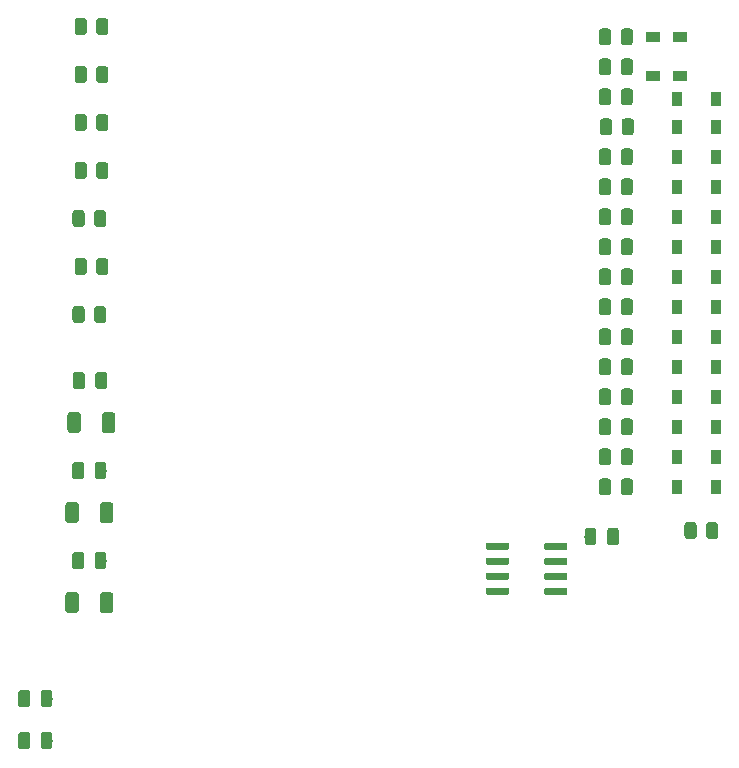
<source format=gtp>
%TF.GenerationSoftware,KiCad,Pcbnew,(5.1.4)-1*%
%TF.CreationDate,2021-11-01T00:35:55-04:00*%
%TF.ProjectId,CentralPCB,43656e74-7261-46c5-9043-422e6b696361,v01*%
%TF.SameCoordinates,Original*%
%TF.FileFunction,Paste,Top*%
%TF.FilePolarity,Positive*%
%FSLAX46Y46*%
G04 Gerber Fmt 4.6, Leading zero omitted, Abs format (unit mm)*
G04 Created by KiCad (PCBNEW (5.1.4)-1) date 2021-11-01 00:35:55*
%MOMM*%
%LPD*%
G04 APERTURE LIST*
%ADD10R,0.900000X1.200000*%
%ADD11C,0.100000*%
%ADD12C,1.025000*%
%ADD13C,1.000000*%
%ADD14C,0.600000*%
%ADD15C,1.125000*%
%ADD16R,1.200000X0.900000*%
G04 APERTURE END LIST*
D10*
%TO.C,D12*%
X95831500Y-59476500D03*
X92531500Y-59476500D03*
%TD*%
D11*
%TO.C,R4*%
G36*
X93926005Y-72643704D02*
G01*
X93950273Y-72647304D01*
X93974072Y-72653265D01*
X93997171Y-72661530D01*
X94019350Y-72672020D01*
X94040393Y-72684632D01*
X94060099Y-72699247D01*
X94078277Y-72715723D01*
X94094753Y-72733901D01*
X94109368Y-72753607D01*
X94121980Y-72774650D01*
X94132470Y-72796829D01*
X94140735Y-72819928D01*
X94146696Y-72843727D01*
X94150296Y-72867995D01*
X94151500Y-72892499D01*
X94151500Y-73792501D01*
X94150296Y-73817005D01*
X94146696Y-73841273D01*
X94140735Y-73865072D01*
X94132470Y-73888171D01*
X94121980Y-73910350D01*
X94109368Y-73931393D01*
X94094753Y-73951099D01*
X94078277Y-73969277D01*
X94060099Y-73985753D01*
X94040393Y-74000368D01*
X94019350Y-74012980D01*
X93997171Y-74023470D01*
X93974072Y-74031735D01*
X93950273Y-74037696D01*
X93926005Y-74041296D01*
X93901501Y-74042500D01*
X93376499Y-74042500D01*
X93351995Y-74041296D01*
X93327727Y-74037696D01*
X93303928Y-74031735D01*
X93280829Y-74023470D01*
X93258650Y-74012980D01*
X93237607Y-74000368D01*
X93217901Y-73985753D01*
X93199723Y-73969277D01*
X93183247Y-73951099D01*
X93168632Y-73931393D01*
X93156020Y-73910350D01*
X93145530Y-73888171D01*
X93137265Y-73865072D01*
X93131304Y-73841273D01*
X93127704Y-73817005D01*
X93126500Y-73792501D01*
X93126500Y-72892499D01*
X93127704Y-72867995D01*
X93131304Y-72843727D01*
X93137265Y-72819928D01*
X93145530Y-72796829D01*
X93156020Y-72774650D01*
X93168632Y-72753607D01*
X93183247Y-72733901D01*
X93199723Y-72715723D01*
X93217901Y-72699247D01*
X93237607Y-72684632D01*
X93258650Y-72672020D01*
X93280829Y-72661530D01*
X93303928Y-72653265D01*
X93327727Y-72647304D01*
X93351995Y-72643704D01*
X93376499Y-72642500D01*
X93901501Y-72642500D01*
X93926005Y-72643704D01*
X93926005Y-72643704D01*
G37*
D12*
X93639000Y-73342500D03*
D11*
G36*
X95751005Y-72643704D02*
G01*
X95775273Y-72647304D01*
X95799072Y-72653265D01*
X95822171Y-72661530D01*
X95844350Y-72672020D01*
X95865393Y-72684632D01*
X95885099Y-72699247D01*
X95903277Y-72715723D01*
X95919753Y-72733901D01*
X95934368Y-72753607D01*
X95946980Y-72774650D01*
X95957470Y-72796829D01*
X95965735Y-72819928D01*
X95971696Y-72843727D01*
X95975296Y-72867995D01*
X95976500Y-72892499D01*
X95976500Y-73792501D01*
X95975296Y-73817005D01*
X95971696Y-73841273D01*
X95965735Y-73865072D01*
X95957470Y-73888171D01*
X95946980Y-73910350D01*
X95934368Y-73931393D01*
X95919753Y-73951099D01*
X95903277Y-73969277D01*
X95885099Y-73985753D01*
X95865393Y-74000368D01*
X95844350Y-74012980D01*
X95822171Y-74023470D01*
X95799072Y-74031735D01*
X95775273Y-74037696D01*
X95751005Y-74041296D01*
X95726501Y-74042500D01*
X95201499Y-74042500D01*
X95176995Y-74041296D01*
X95152727Y-74037696D01*
X95128928Y-74031735D01*
X95105829Y-74023470D01*
X95083650Y-74012980D01*
X95062607Y-74000368D01*
X95042901Y-73985753D01*
X95024723Y-73969277D01*
X95008247Y-73951099D01*
X94993632Y-73931393D01*
X94981020Y-73910350D01*
X94970530Y-73888171D01*
X94962265Y-73865072D01*
X94956304Y-73841273D01*
X94952704Y-73817005D01*
X94951500Y-73792501D01*
X94951500Y-72892499D01*
X94952704Y-72867995D01*
X94956304Y-72843727D01*
X94962265Y-72819928D01*
X94970530Y-72796829D01*
X94981020Y-72774650D01*
X94993632Y-72753607D01*
X95008247Y-72733901D01*
X95024723Y-72715723D01*
X95042901Y-72699247D01*
X95062607Y-72684632D01*
X95083650Y-72672020D01*
X95105829Y-72661530D01*
X95128928Y-72653265D01*
X95152727Y-72647304D01*
X95176995Y-72643704D01*
X95201499Y-72642500D01*
X95726501Y-72642500D01*
X95751005Y-72643704D01*
X95751005Y-72643704D01*
G37*
D12*
X95464000Y-73342500D03*
%TD*%
D11*
%TO.C,C6*%
G36*
X39388004Y-86842704D02*
G01*
X39412273Y-86846304D01*
X39436071Y-86852265D01*
X39459171Y-86860530D01*
X39481349Y-86871020D01*
X39502393Y-86883633D01*
X39522098Y-86898247D01*
X39540277Y-86914723D01*
X39556753Y-86932902D01*
X39571367Y-86952607D01*
X39583980Y-86973651D01*
X39594470Y-86995829D01*
X39602735Y-87018929D01*
X39608696Y-87042727D01*
X39612296Y-87066996D01*
X39613500Y-87091500D01*
X39613500Y-88041500D01*
X39612296Y-88066004D01*
X39608696Y-88090273D01*
X39602735Y-88114071D01*
X39594470Y-88137171D01*
X39583980Y-88159349D01*
X39571367Y-88180393D01*
X39556753Y-88200098D01*
X39540277Y-88218277D01*
X39522098Y-88234753D01*
X39502393Y-88249367D01*
X39481349Y-88261980D01*
X39459171Y-88272470D01*
X39436071Y-88280735D01*
X39412273Y-88286696D01*
X39388004Y-88290296D01*
X39363500Y-88291500D01*
X38863500Y-88291500D01*
X38838996Y-88290296D01*
X38814727Y-88286696D01*
X38790929Y-88280735D01*
X38767829Y-88272470D01*
X38745651Y-88261980D01*
X38724607Y-88249367D01*
X38704902Y-88234753D01*
X38686723Y-88218277D01*
X38670247Y-88200098D01*
X38655633Y-88180393D01*
X38643020Y-88159349D01*
X38632530Y-88137171D01*
X38624265Y-88114071D01*
X38618304Y-88090273D01*
X38614704Y-88066004D01*
X38613500Y-88041500D01*
X38613500Y-87091500D01*
X38614704Y-87066996D01*
X38618304Y-87042727D01*
X38624265Y-87018929D01*
X38632530Y-86995829D01*
X38643020Y-86973651D01*
X38655633Y-86952607D01*
X38670247Y-86932902D01*
X38686723Y-86914723D01*
X38704902Y-86898247D01*
X38724607Y-86883633D01*
X38745651Y-86871020D01*
X38767829Y-86860530D01*
X38790929Y-86852265D01*
X38814727Y-86846304D01*
X38838996Y-86842704D01*
X38863500Y-86841500D01*
X39363500Y-86841500D01*
X39388004Y-86842704D01*
X39388004Y-86842704D01*
G37*
D13*
X39113500Y-87566500D03*
D11*
G36*
X37488004Y-86842704D02*
G01*
X37512273Y-86846304D01*
X37536071Y-86852265D01*
X37559171Y-86860530D01*
X37581349Y-86871020D01*
X37602393Y-86883633D01*
X37622098Y-86898247D01*
X37640277Y-86914723D01*
X37656753Y-86932902D01*
X37671367Y-86952607D01*
X37683980Y-86973651D01*
X37694470Y-86995829D01*
X37702735Y-87018929D01*
X37708696Y-87042727D01*
X37712296Y-87066996D01*
X37713500Y-87091500D01*
X37713500Y-88041500D01*
X37712296Y-88066004D01*
X37708696Y-88090273D01*
X37702735Y-88114071D01*
X37694470Y-88137171D01*
X37683980Y-88159349D01*
X37671367Y-88180393D01*
X37656753Y-88200098D01*
X37640277Y-88218277D01*
X37622098Y-88234753D01*
X37602393Y-88249367D01*
X37581349Y-88261980D01*
X37559171Y-88272470D01*
X37536071Y-88280735D01*
X37512273Y-88286696D01*
X37488004Y-88290296D01*
X37463500Y-88291500D01*
X36963500Y-88291500D01*
X36938996Y-88290296D01*
X36914727Y-88286696D01*
X36890929Y-88280735D01*
X36867829Y-88272470D01*
X36845651Y-88261980D01*
X36824607Y-88249367D01*
X36804902Y-88234753D01*
X36786723Y-88218277D01*
X36770247Y-88200098D01*
X36755633Y-88180393D01*
X36743020Y-88159349D01*
X36732530Y-88137171D01*
X36724265Y-88114071D01*
X36718304Y-88090273D01*
X36714704Y-88066004D01*
X36713500Y-88041500D01*
X36713500Y-87091500D01*
X36714704Y-87066996D01*
X36718304Y-87042727D01*
X36724265Y-87018929D01*
X36732530Y-86995829D01*
X36743020Y-86973651D01*
X36755633Y-86952607D01*
X36770247Y-86932902D01*
X36786723Y-86914723D01*
X36804902Y-86898247D01*
X36824607Y-86883633D01*
X36845651Y-86871020D01*
X36867829Y-86860530D01*
X36890929Y-86852265D01*
X36914727Y-86846304D01*
X36938996Y-86842704D01*
X36963500Y-86841500D01*
X37463500Y-86841500D01*
X37488004Y-86842704D01*
X37488004Y-86842704D01*
G37*
D13*
X37213500Y-87566500D03*
%TD*%
D11*
%TO.C,C5*%
G36*
X39388004Y-90398704D02*
G01*
X39412273Y-90402304D01*
X39436071Y-90408265D01*
X39459171Y-90416530D01*
X39481349Y-90427020D01*
X39502393Y-90439633D01*
X39522098Y-90454247D01*
X39540277Y-90470723D01*
X39556753Y-90488902D01*
X39571367Y-90508607D01*
X39583980Y-90529651D01*
X39594470Y-90551829D01*
X39602735Y-90574929D01*
X39608696Y-90598727D01*
X39612296Y-90622996D01*
X39613500Y-90647500D01*
X39613500Y-91597500D01*
X39612296Y-91622004D01*
X39608696Y-91646273D01*
X39602735Y-91670071D01*
X39594470Y-91693171D01*
X39583980Y-91715349D01*
X39571367Y-91736393D01*
X39556753Y-91756098D01*
X39540277Y-91774277D01*
X39522098Y-91790753D01*
X39502393Y-91805367D01*
X39481349Y-91817980D01*
X39459171Y-91828470D01*
X39436071Y-91836735D01*
X39412273Y-91842696D01*
X39388004Y-91846296D01*
X39363500Y-91847500D01*
X38863500Y-91847500D01*
X38838996Y-91846296D01*
X38814727Y-91842696D01*
X38790929Y-91836735D01*
X38767829Y-91828470D01*
X38745651Y-91817980D01*
X38724607Y-91805367D01*
X38704902Y-91790753D01*
X38686723Y-91774277D01*
X38670247Y-91756098D01*
X38655633Y-91736393D01*
X38643020Y-91715349D01*
X38632530Y-91693171D01*
X38624265Y-91670071D01*
X38618304Y-91646273D01*
X38614704Y-91622004D01*
X38613500Y-91597500D01*
X38613500Y-90647500D01*
X38614704Y-90622996D01*
X38618304Y-90598727D01*
X38624265Y-90574929D01*
X38632530Y-90551829D01*
X38643020Y-90529651D01*
X38655633Y-90508607D01*
X38670247Y-90488902D01*
X38686723Y-90470723D01*
X38704902Y-90454247D01*
X38724607Y-90439633D01*
X38745651Y-90427020D01*
X38767829Y-90416530D01*
X38790929Y-90408265D01*
X38814727Y-90402304D01*
X38838996Y-90398704D01*
X38863500Y-90397500D01*
X39363500Y-90397500D01*
X39388004Y-90398704D01*
X39388004Y-90398704D01*
G37*
D13*
X39113500Y-91122500D03*
D11*
G36*
X37488004Y-90398704D02*
G01*
X37512273Y-90402304D01*
X37536071Y-90408265D01*
X37559171Y-90416530D01*
X37581349Y-90427020D01*
X37602393Y-90439633D01*
X37622098Y-90454247D01*
X37640277Y-90470723D01*
X37656753Y-90488902D01*
X37671367Y-90508607D01*
X37683980Y-90529651D01*
X37694470Y-90551829D01*
X37702735Y-90574929D01*
X37708696Y-90598727D01*
X37712296Y-90622996D01*
X37713500Y-90647500D01*
X37713500Y-91597500D01*
X37712296Y-91622004D01*
X37708696Y-91646273D01*
X37702735Y-91670071D01*
X37694470Y-91693171D01*
X37683980Y-91715349D01*
X37671367Y-91736393D01*
X37656753Y-91756098D01*
X37640277Y-91774277D01*
X37622098Y-91790753D01*
X37602393Y-91805367D01*
X37581349Y-91817980D01*
X37559171Y-91828470D01*
X37536071Y-91836735D01*
X37512273Y-91842696D01*
X37488004Y-91846296D01*
X37463500Y-91847500D01*
X36963500Y-91847500D01*
X36938996Y-91846296D01*
X36914727Y-91842696D01*
X36890929Y-91836735D01*
X36867829Y-91828470D01*
X36845651Y-91817980D01*
X36824607Y-91805367D01*
X36804902Y-91790753D01*
X36786723Y-91774277D01*
X36770247Y-91756098D01*
X36755633Y-91736393D01*
X36743020Y-91715349D01*
X36732530Y-91693171D01*
X36724265Y-91670071D01*
X36718304Y-91646273D01*
X36714704Y-91622004D01*
X36713500Y-91597500D01*
X36713500Y-90647500D01*
X36714704Y-90622996D01*
X36718304Y-90598727D01*
X36724265Y-90574929D01*
X36732530Y-90551829D01*
X36743020Y-90529651D01*
X36755633Y-90508607D01*
X36770247Y-90488902D01*
X36786723Y-90470723D01*
X36804902Y-90454247D01*
X36824607Y-90439633D01*
X36845651Y-90427020D01*
X36867829Y-90416530D01*
X36890929Y-90408265D01*
X36914727Y-90402304D01*
X36938996Y-90398704D01*
X36963500Y-90397500D01*
X37463500Y-90397500D01*
X37488004Y-90398704D01*
X37488004Y-90398704D01*
G37*
D13*
X37213500Y-91122500D03*
%TD*%
D11*
%TO.C,C4*%
G36*
X85441005Y-73126704D02*
G01*
X85465274Y-73130304D01*
X85489072Y-73136265D01*
X85512172Y-73144530D01*
X85534350Y-73155020D01*
X85555394Y-73167633D01*
X85575099Y-73182247D01*
X85593278Y-73198723D01*
X85609754Y-73216902D01*
X85624368Y-73236607D01*
X85636981Y-73257651D01*
X85647471Y-73279829D01*
X85655736Y-73302929D01*
X85661697Y-73326727D01*
X85665297Y-73350996D01*
X85666501Y-73375500D01*
X85666501Y-74325500D01*
X85665297Y-74350004D01*
X85661697Y-74374273D01*
X85655736Y-74398071D01*
X85647471Y-74421171D01*
X85636981Y-74443349D01*
X85624368Y-74464393D01*
X85609754Y-74484098D01*
X85593278Y-74502277D01*
X85575099Y-74518753D01*
X85555394Y-74533367D01*
X85534350Y-74545980D01*
X85512172Y-74556470D01*
X85489072Y-74564735D01*
X85465274Y-74570696D01*
X85441005Y-74574296D01*
X85416501Y-74575500D01*
X84916501Y-74575500D01*
X84891997Y-74574296D01*
X84867728Y-74570696D01*
X84843930Y-74564735D01*
X84820830Y-74556470D01*
X84798652Y-74545980D01*
X84777608Y-74533367D01*
X84757903Y-74518753D01*
X84739724Y-74502277D01*
X84723248Y-74484098D01*
X84708634Y-74464393D01*
X84696021Y-74443349D01*
X84685531Y-74421171D01*
X84677266Y-74398071D01*
X84671305Y-74374273D01*
X84667705Y-74350004D01*
X84666501Y-74325500D01*
X84666501Y-73375500D01*
X84667705Y-73350996D01*
X84671305Y-73326727D01*
X84677266Y-73302929D01*
X84685531Y-73279829D01*
X84696021Y-73257651D01*
X84708634Y-73236607D01*
X84723248Y-73216902D01*
X84739724Y-73198723D01*
X84757903Y-73182247D01*
X84777608Y-73167633D01*
X84798652Y-73155020D01*
X84820830Y-73144530D01*
X84843930Y-73136265D01*
X84867728Y-73130304D01*
X84891997Y-73126704D01*
X84916501Y-73125500D01*
X85416501Y-73125500D01*
X85441005Y-73126704D01*
X85441005Y-73126704D01*
G37*
D13*
X85166501Y-73850500D03*
D11*
G36*
X87341005Y-73126704D02*
G01*
X87365274Y-73130304D01*
X87389072Y-73136265D01*
X87412172Y-73144530D01*
X87434350Y-73155020D01*
X87455394Y-73167633D01*
X87475099Y-73182247D01*
X87493278Y-73198723D01*
X87509754Y-73216902D01*
X87524368Y-73236607D01*
X87536981Y-73257651D01*
X87547471Y-73279829D01*
X87555736Y-73302929D01*
X87561697Y-73326727D01*
X87565297Y-73350996D01*
X87566501Y-73375500D01*
X87566501Y-74325500D01*
X87565297Y-74350004D01*
X87561697Y-74374273D01*
X87555736Y-74398071D01*
X87547471Y-74421171D01*
X87536981Y-74443349D01*
X87524368Y-74464393D01*
X87509754Y-74484098D01*
X87493278Y-74502277D01*
X87475099Y-74518753D01*
X87455394Y-74533367D01*
X87434350Y-74545980D01*
X87412172Y-74556470D01*
X87389072Y-74564735D01*
X87365274Y-74570696D01*
X87341005Y-74574296D01*
X87316501Y-74575500D01*
X86816501Y-74575500D01*
X86791997Y-74574296D01*
X86767728Y-74570696D01*
X86743930Y-74564735D01*
X86720830Y-74556470D01*
X86698652Y-74545980D01*
X86677608Y-74533367D01*
X86657903Y-74518753D01*
X86639724Y-74502277D01*
X86623248Y-74484098D01*
X86608634Y-74464393D01*
X86596021Y-74443349D01*
X86585531Y-74421171D01*
X86577266Y-74398071D01*
X86571305Y-74374273D01*
X86567705Y-74350004D01*
X86566501Y-74325500D01*
X86566501Y-73375500D01*
X86567705Y-73350996D01*
X86571305Y-73326727D01*
X86577266Y-73302929D01*
X86585531Y-73279829D01*
X86596021Y-73257651D01*
X86608634Y-73236607D01*
X86623248Y-73216902D01*
X86639724Y-73198723D01*
X86657903Y-73182247D01*
X86677608Y-73167633D01*
X86698652Y-73155020D01*
X86720830Y-73144530D01*
X86743930Y-73136265D01*
X86767728Y-73130304D01*
X86791997Y-73126704D01*
X86816501Y-73125500D01*
X87316501Y-73125500D01*
X87341005Y-73126704D01*
X87341005Y-73126704D01*
G37*
D13*
X87066501Y-73850500D03*
%TD*%
D11*
%TO.C,C3*%
G36*
X42060004Y-75158704D02*
G01*
X42084273Y-75162304D01*
X42108071Y-75168265D01*
X42131171Y-75176530D01*
X42153349Y-75187020D01*
X42174393Y-75199633D01*
X42194098Y-75214247D01*
X42212277Y-75230723D01*
X42228753Y-75248902D01*
X42243367Y-75268607D01*
X42255980Y-75289651D01*
X42266470Y-75311829D01*
X42274735Y-75334929D01*
X42280696Y-75358727D01*
X42284296Y-75382996D01*
X42285500Y-75407500D01*
X42285500Y-76357500D01*
X42284296Y-76382004D01*
X42280696Y-76406273D01*
X42274735Y-76430071D01*
X42266470Y-76453171D01*
X42255980Y-76475349D01*
X42243367Y-76496393D01*
X42228753Y-76516098D01*
X42212277Y-76534277D01*
X42194098Y-76550753D01*
X42174393Y-76565367D01*
X42153349Y-76577980D01*
X42131171Y-76588470D01*
X42108071Y-76596735D01*
X42084273Y-76602696D01*
X42060004Y-76606296D01*
X42035500Y-76607500D01*
X41535500Y-76607500D01*
X41510996Y-76606296D01*
X41486727Y-76602696D01*
X41462929Y-76596735D01*
X41439829Y-76588470D01*
X41417651Y-76577980D01*
X41396607Y-76565367D01*
X41376902Y-76550753D01*
X41358723Y-76534277D01*
X41342247Y-76516098D01*
X41327633Y-76496393D01*
X41315020Y-76475349D01*
X41304530Y-76453171D01*
X41296265Y-76430071D01*
X41290304Y-76406273D01*
X41286704Y-76382004D01*
X41285500Y-76357500D01*
X41285500Y-75407500D01*
X41286704Y-75382996D01*
X41290304Y-75358727D01*
X41296265Y-75334929D01*
X41304530Y-75311829D01*
X41315020Y-75289651D01*
X41327633Y-75268607D01*
X41342247Y-75248902D01*
X41358723Y-75230723D01*
X41376902Y-75214247D01*
X41396607Y-75199633D01*
X41417651Y-75187020D01*
X41439829Y-75176530D01*
X41462929Y-75168265D01*
X41486727Y-75162304D01*
X41510996Y-75158704D01*
X41535500Y-75157500D01*
X42035500Y-75157500D01*
X42060004Y-75158704D01*
X42060004Y-75158704D01*
G37*
D13*
X41785500Y-75882500D03*
D11*
G36*
X43960004Y-75158704D02*
G01*
X43984273Y-75162304D01*
X44008071Y-75168265D01*
X44031171Y-75176530D01*
X44053349Y-75187020D01*
X44074393Y-75199633D01*
X44094098Y-75214247D01*
X44112277Y-75230723D01*
X44128753Y-75248902D01*
X44143367Y-75268607D01*
X44155980Y-75289651D01*
X44166470Y-75311829D01*
X44174735Y-75334929D01*
X44180696Y-75358727D01*
X44184296Y-75382996D01*
X44185500Y-75407500D01*
X44185500Y-76357500D01*
X44184296Y-76382004D01*
X44180696Y-76406273D01*
X44174735Y-76430071D01*
X44166470Y-76453171D01*
X44155980Y-76475349D01*
X44143367Y-76496393D01*
X44128753Y-76516098D01*
X44112277Y-76534277D01*
X44094098Y-76550753D01*
X44074393Y-76565367D01*
X44053349Y-76577980D01*
X44031171Y-76588470D01*
X44008071Y-76596735D01*
X43984273Y-76602696D01*
X43960004Y-76606296D01*
X43935500Y-76607500D01*
X43435500Y-76607500D01*
X43410996Y-76606296D01*
X43386727Y-76602696D01*
X43362929Y-76596735D01*
X43339829Y-76588470D01*
X43317651Y-76577980D01*
X43296607Y-76565367D01*
X43276902Y-76550753D01*
X43258723Y-76534277D01*
X43242247Y-76516098D01*
X43227633Y-76496393D01*
X43215020Y-76475349D01*
X43204530Y-76453171D01*
X43196265Y-76430071D01*
X43190304Y-76406273D01*
X43186704Y-76382004D01*
X43185500Y-76357500D01*
X43185500Y-75407500D01*
X43186704Y-75382996D01*
X43190304Y-75358727D01*
X43196265Y-75334929D01*
X43204530Y-75311829D01*
X43215020Y-75289651D01*
X43227633Y-75268607D01*
X43242247Y-75248902D01*
X43258723Y-75230723D01*
X43276902Y-75214247D01*
X43296607Y-75199633D01*
X43317651Y-75187020D01*
X43339829Y-75176530D01*
X43362929Y-75168265D01*
X43386727Y-75162304D01*
X43410996Y-75158704D01*
X43435500Y-75157500D01*
X43935500Y-75157500D01*
X43960004Y-75158704D01*
X43960004Y-75158704D01*
G37*
D13*
X43685500Y-75882500D03*
%TD*%
D11*
%TO.C,C2*%
G36*
X42060004Y-67538704D02*
G01*
X42084273Y-67542304D01*
X42108071Y-67548265D01*
X42131171Y-67556530D01*
X42153349Y-67567020D01*
X42174393Y-67579633D01*
X42194098Y-67594247D01*
X42212277Y-67610723D01*
X42228753Y-67628902D01*
X42243367Y-67648607D01*
X42255980Y-67669651D01*
X42266470Y-67691829D01*
X42274735Y-67714929D01*
X42280696Y-67738727D01*
X42284296Y-67762996D01*
X42285500Y-67787500D01*
X42285500Y-68737500D01*
X42284296Y-68762004D01*
X42280696Y-68786273D01*
X42274735Y-68810071D01*
X42266470Y-68833171D01*
X42255980Y-68855349D01*
X42243367Y-68876393D01*
X42228753Y-68896098D01*
X42212277Y-68914277D01*
X42194098Y-68930753D01*
X42174393Y-68945367D01*
X42153349Y-68957980D01*
X42131171Y-68968470D01*
X42108071Y-68976735D01*
X42084273Y-68982696D01*
X42060004Y-68986296D01*
X42035500Y-68987500D01*
X41535500Y-68987500D01*
X41510996Y-68986296D01*
X41486727Y-68982696D01*
X41462929Y-68976735D01*
X41439829Y-68968470D01*
X41417651Y-68957980D01*
X41396607Y-68945367D01*
X41376902Y-68930753D01*
X41358723Y-68914277D01*
X41342247Y-68896098D01*
X41327633Y-68876393D01*
X41315020Y-68855349D01*
X41304530Y-68833171D01*
X41296265Y-68810071D01*
X41290304Y-68786273D01*
X41286704Y-68762004D01*
X41285500Y-68737500D01*
X41285500Y-67787500D01*
X41286704Y-67762996D01*
X41290304Y-67738727D01*
X41296265Y-67714929D01*
X41304530Y-67691829D01*
X41315020Y-67669651D01*
X41327633Y-67648607D01*
X41342247Y-67628902D01*
X41358723Y-67610723D01*
X41376902Y-67594247D01*
X41396607Y-67579633D01*
X41417651Y-67567020D01*
X41439829Y-67556530D01*
X41462929Y-67548265D01*
X41486727Y-67542304D01*
X41510996Y-67538704D01*
X41535500Y-67537500D01*
X42035500Y-67537500D01*
X42060004Y-67538704D01*
X42060004Y-67538704D01*
G37*
D13*
X41785500Y-68262500D03*
D11*
G36*
X43960004Y-67538704D02*
G01*
X43984273Y-67542304D01*
X44008071Y-67548265D01*
X44031171Y-67556530D01*
X44053349Y-67567020D01*
X44074393Y-67579633D01*
X44094098Y-67594247D01*
X44112277Y-67610723D01*
X44128753Y-67628902D01*
X44143367Y-67648607D01*
X44155980Y-67669651D01*
X44166470Y-67691829D01*
X44174735Y-67714929D01*
X44180696Y-67738727D01*
X44184296Y-67762996D01*
X44185500Y-67787500D01*
X44185500Y-68737500D01*
X44184296Y-68762004D01*
X44180696Y-68786273D01*
X44174735Y-68810071D01*
X44166470Y-68833171D01*
X44155980Y-68855349D01*
X44143367Y-68876393D01*
X44128753Y-68896098D01*
X44112277Y-68914277D01*
X44094098Y-68930753D01*
X44074393Y-68945367D01*
X44053349Y-68957980D01*
X44031171Y-68968470D01*
X44008071Y-68976735D01*
X43984273Y-68982696D01*
X43960004Y-68986296D01*
X43935500Y-68987500D01*
X43435500Y-68987500D01*
X43410996Y-68986296D01*
X43386727Y-68982696D01*
X43362929Y-68976735D01*
X43339829Y-68968470D01*
X43317651Y-68957980D01*
X43296607Y-68945367D01*
X43276902Y-68930753D01*
X43258723Y-68914277D01*
X43242247Y-68896098D01*
X43227633Y-68876393D01*
X43215020Y-68855349D01*
X43204530Y-68833171D01*
X43196265Y-68810071D01*
X43190304Y-68786273D01*
X43186704Y-68762004D01*
X43185500Y-68737500D01*
X43185500Y-67787500D01*
X43186704Y-67762996D01*
X43190304Y-67738727D01*
X43196265Y-67714929D01*
X43204530Y-67691829D01*
X43215020Y-67669651D01*
X43227633Y-67648607D01*
X43242247Y-67628902D01*
X43258723Y-67610723D01*
X43276902Y-67594247D01*
X43296607Y-67579633D01*
X43317651Y-67567020D01*
X43339829Y-67556530D01*
X43362929Y-67548265D01*
X43386727Y-67542304D01*
X43410996Y-67538704D01*
X43435500Y-67537500D01*
X43935500Y-67537500D01*
X43960004Y-67538704D01*
X43960004Y-67538704D01*
G37*
D13*
X43685500Y-68262500D03*
%TD*%
D11*
%TO.C,C1*%
G36*
X42126004Y-59918704D02*
G01*
X42150273Y-59922304D01*
X42174071Y-59928265D01*
X42197171Y-59936530D01*
X42219349Y-59947020D01*
X42240393Y-59959633D01*
X42260098Y-59974247D01*
X42278277Y-59990723D01*
X42294753Y-60008902D01*
X42309367Y-60028607D01*
X42321980Y-60049651D01*
X42332470Y-60071829D01*
X42340735Y-60094929D01*
X42346696Y-60118727D01*
X42350296Y-60142996D01*
X42351500Y-60167500D01*
X42351500Y-61117500D01*
X42350296Y-61142004D01*
X42346696Y-61166273D01*
X42340735Y-61190071D01*
X42332470Y-61213171D01*
X42321980Y-61235349D01*
X42309367Y-61256393D01*
X42294753Y-61276098D01*
X42278277Y-61294277D01*
X42260098Y-61310753D01*
X42240393Y-61325367D01*
X42219349Y-61337980D01*
X42197171Y-61348470D01*
X42174071Y-61356735D01*
X42150273Y-61362696D01*
X42126004Y-61366296D01*
X42101500Y-61367500D01*
X41601500Y-61367500D01*
X41576996Y-61366296D01*
X41552727Y-61362696D01*
X41528929Y-61356735D01*
X41505829Y-61348470D01*
X41483651Y-61337980D01*
X41462607Y-61325367D01*
X41442902Y-61310753D01*
X41424723Y-61294277D01*
X41408247Y-61276098D01*
X41393633Y-61256393D01*
X41381020Y-61235349D01*
X41370530Y-61213171D01*
X41362265Y-61190071D01*
X41356304Y-61166273D01*
X41352704Y-61142004D01*
X41351500Y-61117500D01*
X41351500Y-60167500D01*
X41352704Y-60142996D01*
X41356304Y-60118727D01*
X41362265Y-60094929D01*
X41370530Y-60071829D01*
X41381020Y-60049651D01*
X41393633Y-60028607D01*
X41408247Y-60008902D01*
X41424723Y-59990723D01*
X41442902Y-59974247D01*
X41462607Y-59959633D01*
X41483651Y-59947020D01*
X41505829Y-59936530D01*
X41528929Y-59928265D01*
X41552727Y-59922304D01*
X41576996Y-59918704D01*
X41601500Y-59917500D01*
X42101500Y-59917500D01*
X42126004Y-59918704D01*
X42126004Y-59918704D01*
G37*
D13*
X41851500Y-60642500D03*
D11*
G36*
X44026004Y-59918704D02*
G01*
X44050273Y-59922304D01*
X44074071Y-59928265D01*
X44097171Y-59936530D01*
X44119349Y-59947020D01*
X44140393Y-59959633D01*
X44160098Y-59974247D01*
X44178277Y-59990723D01*
X44194753Y-60008902D01*
X44209367Y-60028607D01*
X44221980Y-60049651D01*
X44232470Y-60071829D01*
X44240735Y-60094929D01*
X44246696Y-60118727D01*
X44250296Y-60142996D01*
X44251500Y-60167500D01*
X44251500Y-61117500D01*
X44250296Y-61142004D01*
X44246696Y-61166273D01*
X44240735Y-61190071D01*
X44232470Y-61213171D01*
X44221980Y-61235349D01*
X44209367Y-61256393D01*
X44194753Y-61276098D01*
X44178277Y-61294277D01*
X44160098Y-61310753D01*
X44140393Y-61325367D01*
X44119349Y-61337980D01*
X44097171Y-61348470D01*
X44074071Y-61356735D01*
X44050273Y-61362696D01*
X44026004Y-61366296D01*
X44001500Y-61367500D01*
X43501500Y-61367500D01*
X43476996Y-61366296D01*
X43452727Y-61362696D01*
X43428929Y-61356735D01*
X43405829Y-61348470D01*
X43383651Y-61337980D01*
X43362607Y-61325367D01*
X43342902Y-61310753D01*
X43324723Y-61294277D01*
X43308247Y-61276098D01*
X43293633Y-61256393D01*
X43281020Y-61235349D01*
X43270530Y-61213171D01*
X43262265Y-61190071D01*
X43256304Y-61166273D01*
X43252704Y-61142004D01*
X43251500Y-61117500D01*
X43251500Y-60167500D01*
X43252704Y-60142996D01*
X43256304Y-60118727D01*
X43262265Y-60094929D01*
X43270530Y-60071829D01*
X43281020Y-60049651D01*
X43293633Y-60028607D01*
X43308247Y-60008902D01*
X43324723Y-59990723D01*
X43342902Y-59974247D01*
X43362607Y-59959633D01*
X43383651Y-59947020D01*
X43405829Y-59936530D01*
X43428929Y-59928265D01*
X43452727Y-59922304D01*
X43476996Y-59918704D01*
X43501500Y-59917500D01*
X44001500Y-59917500D01*
X44026004Y-59918704D01*
X44026004Y-59918704D01*
G37*
D13*
X43751500Y-60642500D03*
%TD*%
D11*
%TO.C,R24*%
G36*
X88523005Y-30837704D02*
G01*
X88547273Y-30841304D01*
X88571072Y-30847265D01*
X88594171Y-30855530D01*
X88616350Y-30866020D01*
X88637393Y-30878632D01*
X88657099Y-30893247D01*
X88675277Y-30909723D01*
X88691753Y-30927901D01*
X88706368Y-30947607D01*
X88718980Y-30968650D01*
X88729470Y-30990829D01*
X88737735Y-31013928D01*
X88743696Y-31037727D01*
X88747296Y-31061995D01*
X88748500Y-31086499D01*
X88748500Y-31986501D01*
X88747296Y-32011005D01*
X88743696Y-32035273D01*
X88737735Y-32059072D01*
X88729470Y-32082171D01*
X88718980Y-32104350D01*
X88706368Y-32125393D01*
X88691753Y-32145099D01*
X88675277Y-32163277D01*
X88657099Y-32179753D01*
X88637393Y-32194368D01*
X88616350Y-32206980D01*
X88594171Y-32217470D01*
X88571072Y-32225735D01*
X88547273Y-32231696D01*
X88523005Y-32235296D01*
X88498501Y-32236500D01*
X87973499Y-32236500D01*
X87948995Y-32235296D01*
X87924727Y-32231696D01*
X87900928Y-32225735D01*
X87877829Y-32217470D01*
X87855650Y-32206980D01*
X87834607Y-32194368D01*
X87814901Y-32179753D01*
X87796723Y-32163277D01*
X87780247Y-32145099D01*
X87765632Y-32125393D01*
X87753020Y-32104350D01*
X87742530Y-32082171D01*
X87734265Y-32059072D01*
X87728304Y-32035273D01*
X87724704Y-32011005D01*
X87723500Y-31986501D01*
X87723500Y-31086499D01*
X87724704Y-31061995D01*
X87728304Y-31037727D01*
X87734265Y-31013928D01*
X87742530Y-30990829D01*
X87753020Y-30968650D01*
X87765632Y-30947607D01*
X87780247Y-30927901D01*
X87796723Y-30909723D01*
X87814901Y-30893247D01*
X87834607Y-30878632D01*
X87855650Y-30866020D01*
X87877829Y-30855530D01*
X87900928Y-30847265D01*
X87924727Y-30841304D01*
X87948995Y-30837704D01*
X87973499Y-30836500D01*
X88498501Y-30836500D01*
X88523005Y-30837704D01*
X88523005Y-30837704D01*
G37*
D12*
X88236000Y-31536500D03*
D11*
G36*
X86698005Y-30837704D02*
G01*
X86722273Y-30841304D01*
X86746072Y-30847265D01*
X86769171Y-30855530D01*
X86791350Y-30866020D01*
X86812393Y-30878632D01*
X86832099Y-30893247D01*
X86850277Y-30909723D01*
X86866753Y-30927901D01*
X86881368Y-30947607D01*
X86893980Y-30968650D01*
X86904470Y-30990829D01*
X86912735Y-31013928D01*
X86918696Y-31037727D01*
X86922296Y-31061995D01*
X86923500Y-31086499D01*
X86923500Y-31986501D01*
X86922296Y-32011005D01*
X86918696Y-32035273D01*
X86912735Y-32059072D01*
X86904470Y-32082171D01*
X86893980Y-32104350D01*
X86881368Y-32125393D01*
X86866753Y-32145099D01*
X86850277Y-32163277D01*
X86832099Y-32179753D01*
X86812393Y-32194368D01*
X86791350Y-32206980D01*
X86769171Y-32217470D01*
X86746072Y-32225735D01*
X86722273Y-32231696D01*
X86698005Y-32235296D01*
X86673501Y-32236500D01*
X86148499Y-32236500D01*
X86123995Y-32235296D01*
X86099727Y-32231696D01*
X86075928Y-32225735D01*
X86052829Y-32217470D01*
X86030650Y-32206980D01*
X86009607Y-32194368D01*
X85989901Y-32179753D01*
X85971723Y-32163277D01*
X85955247Y-32145099D01*
X85940632Y-32125393D01*
X85928020Y-32104350D01*
X85917530Y-32082171D01*
X85909265Y-32059072D01*
X85903304Y-32035273D01*
X85899704Y-32011005D01*
X85898500Y-31986501D01*
X85898500Y-31086499D01*
X85899704Y-31061995D01*
X85903304Y-31037727D01*
X85909265Y-31013928D01*
X85917530Y-30990829D01*
X85928020Y-30968650D01*
X85940632Y-30947607D01*
X85955247Y-30927901D01*
X85971723Y-30909723D01*
X85989901Y-30893247D01*
X86009607Y-30878632D01*
X86030650Y-30866020D01*
X86052829Y-30855530D01*
X86075928Y-30847265D01*
X86099727Y-30841304D01*
X86123995Y-30837704D01*
X86148499Y-30836500D01*
X86673501Y-30836500D01*
X86698005Y-30837704D01*
X86698005Y-30837704D01*
G37*
D12*
X86411000Y-31536500D03*
%TD*%
D11*
%TO.C,R1*%
G36*
X43935005Y-54355704D02*
G01*
X43959273Y-54359304D01*
X43983072Y-54365265D01*
X44006171Y-54373530D01*
X44028350Y-54384020D01*
X44049393Y-54396632D01*
X44069099Y-54411247D01*
X44087277Y-54427723D01*
X44103753Y-54445901D01*
X44118368Y-54465607D01*
X44130980Y-54486650D01*
X44141470Y-54508829D01*
X44149735Y-54531928D01*
X44155696Y-54555727D01*
X44159296Y-54579995D01*
X44160500Y-54604499D01*
X44160500Y-55504501D01*
X44159296Y-55529005D01*
X44155696Y-55553273D01*
X44149735Y-55577072D01*
X44141470Y-55600171D01*
X44130980Y-55622350D01*
X44118368Y-55643393D01*
X44103753Y-55663099D01*
X44087277Y-55681277D01*
X44069099Y-55697753D01*
X44049393Y-55712368D01*
X44028350Y-55724980D01*
X44006171Y-55735470D01*
X43983072Y-55743735D01*
X43959273Y-55749696D01*
X43935005Y-55753296D01*
X43910501Y-55754500D01*
X43385499Y-55754500D01*
X43360995Y-55753296D01*
X43336727Y-55749696D01*
X43312928Y-55743735D01*
X43289829Y-55735470D01*
X43267650Y-55724980D01*
X43246607Y-55712368D01*
X43226901Y-55697753D01*
X43208723Y-55681277D01*
X43192247Y-55663099D01*
X43177632Y-55643393D01*
X43165020Y-55622350D01*
X43154530Y-55600171D01*
X43146265Y-55577072D01*
X43140304Y-55553273D01*
X43136704Y-55529005D01*
X43135500Y-55504501D01*
X43135500Y-54604499D01*
X43136704Y-54579995D01*
X43140304Y-54555727D01*
X43146265Y-54531928D01*
X43154530Y-54508829D01*
X43165020Y-54486650D01*
X43177632Y-54465607D01*
X43192247Y-54445901D01*
X43208723Y-54427723D01*
X43226901Y-54411247D01*
X43246607Y-54396632D01*
X43267650Y-54384020D01*
X43289829Y-54373530D01*
X43312928Y-54365265D01*
X43336727Y-54359304D01*
X43360995Y-54355704D01*
X43385499Y-54354500D01*
X43910501Y-54354500D01*
X43935005Y-54355704D01*
X43935005Y-54355704D01*
G37*
D12*
X43648000Y-55054500D03*
D11*
G36*
X42110005Y-54355704D02*
G01*
X42134273Y-54359304D01*
X42158072Y-54365265D01*
X42181171Y-54373530D01*
X42203350Y-54384020D01*
X42224393Y-54396632D01*
X42244099Y-54411247D01*
X42262277Y-54427723D01*
X42278753Y-54445901D01*
X42293368Y-54465607D01*
X42305980Y-54486650D01*
X42316470Y-54508829D01*
X42324735Y-54531928D01*
X42330696Y-54555727D01*
X42334296Y-54579995D01*
X42335500Y-54604499D01*
X42335500Y-55504501D01*
X42334296Y-55529005D01*
X42330696Y-55553273D01*
X42324735Y-55577072D01*
X42316470Y-55600171D01*
X42305980Y-55622350D01*
X42293368Y-55643393D01*
X42278753Y-55663099D01*
X42262277Y-55681277D01*
X42244099Y-55697753D01*
X42224393Y-55712368D01*
X42203350Y-55724980D01*
X42181171Y-55735470D01*
X42158072Y-55743735D01*
X42134273Y-55749696D01*
X42110005Y-55753296D01*
X42085501Y-55754500D01*
X41560499Y-55754500D01*
X41535995Y-55753296D01*
X41511727Y-55749696D01*
X41487928Y-55743735D01*
X41464829Y-55735470D01*
X41442650Y-55724980D01*
X41421607Y-55712368D01*
X41401901Y-55697753D01*
X41383723Y-55681277D01*
X41367247Y-55663099D01*
X41352632Y-55643393D01*
X41340020Y-55622350D01*
X41329530Y-55600171D01*
X41321265Y-55577072D01*
X41315304Y-55553273D01*
X41311704Y-55529005D01*
X41310500Y-55504501D01*
X41310500Y-54604499D01*
X41311704Y-54579995D01*
X41315304Y-54555727D01*
X41321265Y-54531928D01*
X41329530Y-54508829D01*
X41340020Y-54486650D01*
X41352632Y-54465607D01*
X41367247Y-54445901D01*
X41383723Y-54427723D01*
X41401901Y-54411247D01*
X41421607Y-54396632D01*
X41442650Y-54384020D01*
X41464829Y-54373530D01*
X41487928Y-54365265D01*
X41511727Y-54359304D01*
X41535995Y-54355704D01*
X41560499Y-54354500D01*
X42085501Y-54354500D01*
X42110005Y-54355704D01*
X42110005Y-54355704D01*
G37*
D12*
X41823000Y-55054500D03*
%TD*%
D11*
%TO.C,U1*%
G36*
X78124203Y-74380222D02*
G01*
X78138764Y-74382382D01*
X78153043Y-74385959D01*
X78166903Y-74390918D01*
X78180210Y-74397212D01*
X78192836Y-74404780D01*
X78204659Y-74413548D01*
X78215566Y-74423434D01*
X78225452Y-74434341D01*
X78234220Y-74446164D01*
X78241788Y-74458790D01*
X78248082Y-74472097D01*
X78253041Y-74485957D01*
X78256618Y-74500236D01*
X78258778Y-74514797D01*
X78259500Y-74529500D01*
X78259500Y-74829500D01*
X78258778Y-74844203D01*
X78256618Y-74858764D01*
X78253041Y-74873043D01*
X78248082Y-74886903D01*
X78241788Y-74900210D01*
X78234220Y-74912836D01*
X78225452Y-74924659D01*
X78215566Y-74935566D01*
X78204659Y-74945452D01*
X78192836Y-74954220D01*
X78180210Y-74961788D01*
X78166903Y-74968082D01*
X78153043Y-74973041D01*
X78138764Y-74976618D01*
X78124203Y-74978778D01*
X78109500Y-74979500D01*
X76459500Y-74979500D01*
X76444797Y-74978778D01*
X76430236Y-74976618D01*
X76415957Y-74973041D01*
X76402097Y-74968082D01*
X76388790Y-74961788D01*
X76376164Y-74954220D01*
X76364341Y-74945452D01*
X76353434Y-74935566D01*
X76343548Y-74924659D01*
X76334780Y-74912836D01*
X76327212Y-74900210D01*
X76320918Y-74886903D01*
X76315959Y-74873043D01*
X76312382Y-74858764D01*
X76310222Y-74844203D01*
X76309500Y-74829500D01*
X76309500Y-74529500D01*
X76310222Y-74514797D01*
X76312382Y-74500236D01*
X76315959Y-74485957D01*
X76320918Y-74472097D01*
X76327212Y-74458790D01*
X76334780Y-74446164D01*
X76343548Y-74434341D01*
X76353434Y-74423434D01*
X76364341Y-74413548D01*
X76376164Y-74404780D01*
X76388790Y-74397212D01*
X76402097Y-74390918D01*
X76415957Y-74385959D01*
X76430236Y-74382382D01*
X76444797Y-74380222D01*
X76459500Y-74379500D01*
X78109500Y-74379500D01*
X78124203Y-74380222D01*
X78124203Y-74380222D01*
G37*
D14*
X77284500Y-74679500D03*
D11*
G36*
X78124203Y-75650222D02*
G01*
X78138764Y-75652382D01*
X78153043Y-75655959D01*
X78166903Y-75660918D01*
X78180210Y-75667212D01*
X78192836Y-75674780D01*
X78204659Y-75683548D01*
X78215566Y-75693434D01*
X78225452Y-75704341D01*
X78234220Y-75716164D01*
X78241788Y-75728790D01*
X78248082Y-75742097D01*
X78253041Y-75755957D01*
X78256618Y-75770236D01*
X78258778Y-75784797D01*
X78259500Y-75799500D01*
X78259500Y-76099500D01*
X78258778Y-76114203D01*
X78256618Y-76128764D01*
X78253041Y-76143043D01*
X78248082Y-76156903D01*
X78241788Y-76170210D01*
X78234220Y-76182836D01*
X78225452Y-76194659D01*
X78215566Y-76205566D01*
X78204659Y-76215452D01*
X78192836Y-76224220D01*
X78180210Y-76231788D01*
X78166903Y-76238082D01*
X78153043Y-76243041D01*
X78138764Y-76246618D01*
X78124203Y-76248778D01*
X78109500Y-76249500D01*
X76459500Y-76249500D01*
X76444797Y-76248778D01*
X76430236Y-76246618D01*
X76415957Y-76243041D01*
X76402097Y-76238082D01*
X76388790Y-76231788D01*
X76376164Y-76224220D01*
X76364341Y-76215452D01*
X76353434Y-76205566D01*
X76343548Y-76194659D01*
X76334780Y-76182836D01*
X76327212Y-76170210D01*
X76320918Y-76156903D01*
X76315959Y-76143043D01*
X76312382Y-76128764D01*
X76310222Y-76114203D01*
X76309500Y-76099500D01*
X76309500Y-75799500D01*
X76310222Y-75784797D01*
X76312382Y-75770236D01*
X76315959Y-75755957D01*
X76320918Y-75742097D01*
X76327212Y-75728790D01*
X76334780Y-75716164D01*
X76343548Y-75704341D01*
X76353434Y-75693434D01*
X76364341Y-75683548D01*
X76376164Y-75674780D01*
X76388790Y-75667212D01*
X76402097Y-75660918D01*
X76415957Y-75655959D01*
X76430236Y-75652382D01*
X76444797Y-75650222D01*
X76459500Y-75649500D01*
X78109500Y-75649500D01*
X78124203Y-75650222D01*
X78124203Y-75650222D01*
G37*
D14*
X77284500Y-75949500D03*
D11*
G36*
X78124203Y-76920222D02*
G01*
X78138764Y-76922382D01*
X78153043Y-76925959D01*
X78166903Y-76930918D01*
X78180210Y-76937212D01*
X78192836Y-76944780D01*
X78204659Y-76953548D01*
X78215566Y-76963434D01*
X78225452Y-76974341D01*
X78234220Y-76986164D01*
X78241788Y-76998790D01*
X78248082Y-77012097D01*
X78253041Y-77025957D01*
X78256618Y-77040236D01*
X78258778Y-77054797D01*
X78259500Y-77069500D01*
X78259500Y-77369500D01*
X78258778Y-77384203D01*
X78256618Y-77398764D01*
X78253041Y-77413043D01*
X78248082Y-77426903D01*
X78241788Y-77440210D01*
X78234220Y-77452836D01*
X78225452Y-77464659D01*
X78215566Y-77475566D01*
X78204659Y-77485452D01*
X78192836Y-77494220D01*
X78180210Y-77501788D01*
X78166903Y-77508082D01*
X78153043Y-77513041D01*
X78138764Y-77516618D01*
X78124203Y-77518778D01*
X78109500Y-77519500D01*
X76459500Y-77519500D01*
X76444797Y-77518778D01*
X76430236Y-77516618D01*
X76415957Y-77513041D01*
X76402097Y-77508082D01*
X76388790Y-77501788D01*
X76376164Y-77494220D01*
X76364341Y-77485452D01*
X76353434Y-77475566D01*
X76343548Y-77464659D01*
X76334780Y-77452836D01*
X76327212Y-77440210D01*
X76320918Y-77426903D01*
X76315959Y-77413043D01*
X76312382Y-77398764D01*
X76310222Y-77384203D01*
X76309500Y-77369500D01*
X76309500Y-77069500D01*
X76310222Y-77054797D01*
X76312382Y-77040236D01*
X76315959Y-77025957D01*
X76320918Y-77012097D01*
X76327212Y-76998790D01*
X76334780Y-76986164D01*
X76343548Y-76974341D01*
X76353434Y-76963434D01*
X76364341Y-76953548D01*
X76376164Y-76944780D01*
X76388790Y-76937212D01*
X76402097Y-76930918D01*
X76415957Y-76925959D01*
X76430236Y-76922382D01*
X76444797Y-76920222D01*
X76459500Y-76919500D01*
X78109500Y-76919500D01*
X78124203Y-76920222D01*
X78124203Y-76920222D01*
G37*
D14*
X77284500Y-77219500D03*
D11*
G36*
X78124203Y-78190222D02*
G01*
X78138764Y-78192382D01*
X78153043Y-78195959D01*
X78166903Y-78200918D01*
X78180210Y-78207212D01*
X78192836Y-78214780D01*
X78204659Y-78223548D01*
X78215566Y-78233434D01*
X78225452Y-78244341D01*
X78234220Y-78256164D01*
X78241788Y-78268790D01*
X78248082Y-78282097D01*
X78253041Y-78295957D01*
X78256618Y-78310236D01*
X78258778Y-78324797D01*
X78259500Y-78339500D01*
X78259500Y-78639500D01*
X78258778Y-78654203D01*
X78256618Y-78668764D01*
X78253041Y-78683043D01*
X78248082Y-78696903D01*
X78241788Y-78710210D01*
X78234220Y-78722836D01*
X78225452Y-78734659D01*
X78215566Y-78745566D01*
X78204659Y-78755452D01*
X78192836Y-78764220D01*
X78180210Y-78771788D01*
X78166903Y-78778082D01*
X78153043Y-78783041D01*
X78138764Y-78786618D01*
X78124203Y-78788778D01*
X78109500Y-78789500D01*
X76459500Y-78789500D01*
X76444797Y-78788778D01*
X76430236Y-78786618D01*
X76415957Y-78783041D01*
X76402097Y-78778082D01*
X76388790Y-78771788D01*
X76376164Y-78764220D01*
X76364341Y-78755452D01*
X76353434Y-78745566D01*
X76343548Y-78734659D01*
X76334780Y-78722836D01*
X76327212Y-78710210D01*
X76320918Y-78696903D01*
X76315959Y-78683043D01*
X76312382Y-78668764D01*
X76310222Y-78654203D01*
X76309500Y-78639500D01*
X76309500Y-78339500D01*
X76310222Y-78324797D01*
X76312382Y-78310236D01*
X76315959Y-78295957D01*
X76320918Y-78282097D01*
X76327212Y-78268790D01*
X76334780Y-78256164D01*
X76343548Y-78244341D01*
X76353434Y-78233434D01*
X76364341Y-78223548D01*
X76376164Y-78214780D01*
X76388790Y-78207212D01*
X76402097Y-78200918D01*
X76415957Y-78195959D01*
X76430236Y-78192382D01*
X76444797Y-78190222D01*
X76459500Y-78189500D01*
X78109500Y-78189500D01*
X78124203Y-78190222D01*
X78124203Y-78190222D01*
G37*
D14*
X77284500Y-78489500D03*
D11*
G36*
X83074203Y-78190222D02*
G01*
X83088764Y-78192382D01*
X83103043Y-78195959D01*
X83116903Y-78200918D01*
X83130210Y-78207212D01*
X83142836Y-78214780D01*
X83154659Y-78223548D01*
X83165566Y-78233434D01*
X83175452Y-78244341D01*
X83184220Y-78256164D01*
X83191788Y-78268790D01*
X83198082Y-78282097D01*
X83203041Y-78295957D01*
X83206618Y-78310236D01*
X83208778Y-78324797D01*
X83209500Y-78339500D01*
X83209500Y-78639500D01*
X83208778Y-78654203D01*
X83206618Y-78668764D01*
X83203041Y-78683043D01*
X83198082Y-78696903D01*
X83191788Y-78710210D01*
X83184220Y-78722836D01*
X83175452Y-78734659D01*
X83165566Y-78745566D01*
X83154659Y-78755452D01*
X83142836Y-78764220D01*
X83130210Y-78771788D01*
X83116903Y-78778082D01*
X83103043Y-78783041D01*
X83088764Y-78786618D01*
X83074203Y-78788778D01*
X83059500Y-78789500D01*
X81409500Y-78789500D01*
X81394797Y-78788778D01*
X81380236Y-78786618D01*
X81365957Y-78783041D01*
X81352097Y-78778082D01*
X81338790Y-78771788D01*
X81326164Y-78764220D01*
X81314341Y-78755452D01*
X81303434Y-78745566D01*
X81293548Y-78734659D01*
X81284780Y-78722836D01*
X81277212Y-78710210D01*
X81270918Y-78696903D01*
X81265959Y-78683043D01*
X81262382Y-78668764D01*
X81260222Y-78654203D01*
X81259500Y-78639500D01*
X81259500Y-78339500D01*
X81260222Y-78324797D01*
X81262382Y-78310236D01*
X81265959Y-78295957D01*
X81270918Y-78282097D01*
X81277212Y-78268790D01*
X81284780Y-78256164D01*
X81293548Y-78244341D01*
X81303434Y-78233434D01*
X81314341Y-78223548D01*
X81326164Y-78214780D01*
X81338790Y-78207212D01*
X81352097Y-78200918D01*
X81365957Y-78195959D01*
X81380236Y-78192382D01*
X81394797Y-78190222D01*
X81409500Y-78189500D01*
X83059500Y-78189500D01*
X83074203Y-78190222D01*
X83074203Y-78190222D01*
G37*
D14*
X82234500Y-78489500D03*
D11*
G36*
X83074203Y-76920222D02*
G01*
X83088764Y-76922382D01*
X83103043Y-76925959D01*
X83116903Y-76930918D01*
X83130210Y-76937212D01*
X83142836Y-76944780D01*
X83154659Y-76953548D01*
X83165566Y-76963434D01*
X83175452Y-76974341D01*
X83184220Y-76986164D01*
X83191788Y-76998790D01*
X83198082Y-77012097D01*
X83203041Y-77025957D01*
X83206618Y-77040236D01*
X83208778Y-77054797D01*
X83209500Y-77069500D01*
X83209500Y-77369500D01*
X83208778Y-77384203D01*
X83206618Y-77398764D01*
X83203041Y-77413043D01*
X83198082Y-77426903D01*
X83191788Y-77440210D01*
X83184220Y-77452836D01*
X83175452Y-77464659D01*
X83165566Y-77475566D01*
X83154659Y-77485452D01*
X83142836Y-77494220D01*
X83130210Y-77501788D01*
X83116903Y-77508082D01*
X83103043Y-77513041D01*
X83088764Y-77516618D01*
X83074203Y-77518778D01*
X83059500Y-77519500D01*
X81409500Y-77519500D01*
X81394797Y-77518778D01*
X81380236Y-77516618D01*
X81365957Y-77513041D01*
X81352097Y-77508082D01*
X81338790Y-77501788D01*
X81326164Y-77494220D01*
X81314341Y-77485452D01*
X81303434Y-77475566D01*
X81293548Y-77464659D01*
X81284780Y-77452836D01*
X81277212Y-77440210D01*
X81270918Y-77426903D01*
X81265959Y-77413043D01*
X81262382Y-77398764D01*
X81260222Y-77384203D01*
X81259500Y-77369500D01*
X81259500Y-77069500D01*
X81260222Y-77054797D01*
X81262382Y-77040236D01*
X81265959Y-77025957D01*
X81270918Y-77012097D01*
X81277212Y-76998790D01*
X81284780Y-76986164D01*
X81293548Y-76974341D01*
X81303434Y-76963434D01*
X81314341Y-76953548D01*
X81326164Y-76944780D01*
X81338790Y-76937212D01*
X81352097Y-76930918D01*
X81365957Y-76925959D01*
X81380236Y-76922382D01*
X81394797Y-76920222D01*
X81409500Y-76919500D01*
X83059500Y-76919500D01*
X83074203Y-76920222D01*
X83074203Y-76920222D01*
G37*
D14*
X82234500Y-77219500D03*
D11*
G36*
X83074203Y-75650222D02*
G01*
X83088764Y-75652382D01*
X83103043Y-75655959D01*
X83116903Y-75660918D01*
X83130210Y-75667212D01*
X83142836Y-75674780D01*
X83154659Y-75683548D01*
X83165566Y-75693434D01*
X83175452Y-75704341D01*
X83184220Y-75716164D01*
X83191788Y-75728790D01*
X83198082Y-75742097D01*
X83203041Y-75755957D01*
X83206618Y-75770236D01*
X83208778Y-75784797D01*
X83209500Y-75799500D01*
X83209500Y-76099500D01*
X83208778Y-76114203D01*
X83206618Y-76128764D01*
X83203041Y-76143043D01*
X83198082Y-76156903D01*
X83191788Y-76170210D01*
X83184220Y-76182836D01*
X83175452Y-76194659D01*
X83165566Y-76205566D01*
X83154659Y-76215452D01*
X83142836Y-76224220D01*
X83130210Y-76231788D01*
X83116903Y-76238082D01*
X83103043Y-76243041D01*
X83088764Y-76246618D01*
X83074203Y-76248778D01*
X83059500Y-76249500D01*
X81409500Y-76249500D01*
X81394797Y-76248778D01*
X81380236Y-76246618D01*
X81365957Y-76243041D01*
X81352097Y-76238082D01*
X81338790Y-76231788D01*
X81326164Y-76224220D01*
X81314341Y-76215452D01*
X81303434Y-76205566D01*
X81293548Y-76194659D01*
X81284780Y-76182836D01*
X81277212Y-76170210D01*
X81270918Y-76156903D01*
X81265959Y-76143043D01*
X81262382Y-76128764D01*
X81260222Y-76114203D01*
X81259500Y-76099500D01*
X81259500Y-75799500D01*
X81260222Y-75784797D01*
X81262382Y-75770236D01*
X81265959Y-75755957D01*
X81270918Y-75742097D01*
X81277212Y-75728790D01*
X81284780Y-75716164D01*
X81293548Y-75704341D01*
X81303434Y-75693434D01*
X81314341Y-75683548D01*
X81326164Y-75674780D01*
X81338790Y-75667212D01*
X81352097Y-75660918D01*
X81365957Y-75655959D01*
X81380236Y-75652382D01*
X81394797Y-75650222D01*
X81409500Y-75649500D01*
X83059500Y-75649500D01*
X83074203Y-75650222D01*
X83074203Y-75650222D01*
G37*
D14*
X82234500Y-75949500D03*
D11*
G36*
X83074203Y-74380222D02*
G01*
X83088764Y-74382382D01*
X83103043Y-74385959D01*
X83116903Y-74390918D01*
X83130210Y-74397212D01*
X83142836Y-74404780D01*
X83154659Y-74413548D01*
X83165566Y-74423434D01*
X83175452Y-74434341D01*
X83184220Y-74446164D01*
X83191788Y-74458790D01*
X83198082Y-74472097D01*
X83203041Y-74485957D01*
X83206618Y-74500236D01*
X83208778Y-74514797D01*
X83209500Y-74529500D01*
X83209500Y-74829500D01*
X83208778Y-74844203D01*
X83206618Y-74858764D01*
X83203041Y-74873043D01*
X83198082Y-74886903D01*
X83191788Y-74900210D01*
X83184220Y-74912836D01*
X83175452Y-74924659D01*
X83165566Y-74935566D01*
X83154659Y-74945452D01*
X83142836Y-74954220D01*
X83130210Y-74961788D01*
X83116903Y-74968082D01*
X83103043Y-74973041D01*
X83088764Y-74976618D01*
X83074203Y-74978778D01*
X83059500Y-74979500D01*
X81409500Y-74979500D01*
X81394797Y-74978778D01*
X81380236Y-74976618D01*
X81365957Y-74973041D01*
X81352097Y-74968082D01*
X81338790Y-74961788D01*
X81326164Y-74954220D01*
X81314341Y-74945452D01*
X81303434Y-74935566D01*
X81293548Y-74924659D01*
X81284780Y-74912836D01*
X81277212Y-74900210D01*
X81270918Y-74886903D01*
X81265959Y-74873043D01*
X81262382Y-74858764D01*
X81260222Y-74844203D01*
X81259500Y-74829500D01*
X81259500Y-74529500D01*
X81260222Y-74514797D01*
X81262382Y-74500236D01*
X81265959Y-74485957D01*
X81270918Y-74472097D01*
X81277212Y-74458790D01*
X81284780Y-74446164D01*
X81293548Y-74434341D01*
X81303434Y-74423434D01*
X81314341Y-74413548D01*
X81326164Y-74404780D01*
X81338790Y-74397212D01*
X81352097Y-74390918D01*
X81365957Y-74385959D01*
X81380236Y-74382382D01*
X81394797Y-74380222D01*
X81409500Y-74379500D01*
X83059500Y-74379500D01*
X83074203Y-74380222D01*
X83074203Y-74380222D01*
G37*
D14*
X82234500Y-74679500D03*
%TD*%
D11*
%TO.C,TH3*%
G36*
X41784005Y-63324704D02*
G01*
X41808273Y-63328304D01*
X41832072Y-63334265D01*
X41855171Y-63342530D01*
X41877350Y-63353020D01*
X41898393Y-63365632D01*
X41918099Y-63380247D01*
X41936277Y-63396723D01*
X41952753Y-63414901D01*
X41967368Y-63434607D01*
X41979980Y-63455650D01*
X41990470Y-63477829D01*
X41998735Y-63500928D01*
X42004696Y-63524727D01*
X42008296Y-63548995D01*
X42009500Y-63573499D01*
X42009500Y-64823501D01*
X42008296Y-64848005D01*
X42004696Y-64872273D01*
X41998735Y-64896072D01*
X41990470Y-64919171D01*
X41979980Y-64941350D01*
X41967368Y-64962393D01*
X41952753Y-64982099D01*
X41936277Y-65000277D01*
X41918099Y-65016753D01*
X41898393Y-65031368D01*
X41877350Y-65043980D01*
X41855171Y-65054470D01*
X41832072Y-65062735D01*
X41808273Y-65068696D01*
X41784005Y-65072296D01*
X41759501Y-65073500D01*
X41134499Y-65073500D01*
X41109995Y-65072296D01*
X41085727Y-65068696D01*
X41061928Y-65062735D01*
X41038829Y-65054470D01*
X41016650Y-65043980D01*
X40995607Y-65031368D01*
X40975901Y-65016753D01*
X40957723Y-65000277D01*
X40941247Y-64982099D01*
X40926632Y-64962393D01*
X40914020Y-64941350D01*
X40903530Y-64919171D01*
X40895265Y-64896072D01*
X40889304Y-64872273D01*
X40885704Y-64848005D01*
X40884500Y-64823501D01*
X40884500Y-63573499D01*
X40885704Y-63548995D01*
X40889304Y-63524727D01*
X40895265Y-63500928D01*
X40903530Y-63477829D01*
X40914020Y-63455650D01*
X40926632Y-63434607D01*
X40941247Y-63414901D01*
X40957723Y-63396723D01*
X40975901Y-63380247D01*
X40995607Y-63365632D01*
X41016650Y-63353020D01*
X41038829Y-63342530D01*
X41061928Y-63334265D01*
X41085727Y-63328304D01*
X41109995Y-63324704D01*
X41134499Y-63323500D01*
X41759501Y-63323500D01*
X41784005Y-63324704D01*
X41784005Y-63324704D01*
G37*
D15*
X41447000Y-64198500D03*
D11*
G36*
X44709005Y-63324704D02*
G01*
X44733273Y-63328304D01*
X44757072Y-63334265D01*
X44780171Y-63342530D01*
X44802350Y-63353020D01*
X44823393Y-63365632D01*
X44843099Y-63380247D01*
X44861277Y-63396723D01*
X44877753Y-63414901D01*
X44892368Y-63434607D01*
X44904980Y-63455650D01*
X44915470Y-63477829D01*
X44923735Y-63500928D01*
X44929696Y-63524727D01*
X44933296Y-63548995D01*
X44934500Y-63573499D01*
X44934500Y-64823501D01*
X44933296Y-64848005D01*
X44929696Y-64872273D01*
X44923735Y-64896072D01*
X44915470Y-64919171D01*
X44904980Y-64941350D01*
X44892368Y-64962393D01*
X44877753Y-64982099D01*
X44861277Y-65000277D01*
X44843099Y-65016753D01*
X44823393Y-65031368D01*
X44802350Y-65043980D01*
X44780171Y-65054470D01*
X44757072Y-65062735D01*
X44733273Y-65068696D01*
X44709005Y-65072296D01*
X44684501Y-65073500D01*
X44059499Y-65073500D01*
X44034995Y-65072296D01*
X44010727Y-65068696D01*
X43986928Y-65062735D01*
X43963829Y-65054470D01*
X43941650Y-65043980D01*
X43920607Y-65031368D01*
X43900901Y-65016753D01*
X43882723Y-65000277D01*
X43866247Y-64982099D01*
X43851632Y-64962393D01*
X43839020Y-64941350D01*
X43828530Y-64919171D01*
X43820265Y-64896072D01*
X43814304Y-64872273D01*
X43810704Y-64848005D01*
X43809500Y-64823501D01*
X43809500Y-63573499D01*
X43810704Y-63548995D01*
X43814304Y-63524727D01*
X43820265Y-63500928D01*
X43828530Y-63477829D01*
X43839020Y-63455650D01*
X43851632Y-63434607D01*
X43866247Y-63414901D01*
X43882723Y-63396723D01*
X43900901Y-63380247D01*
X43920607Y-63365632D01*
X43941650Y-63353020D01*
X43963829Y-63342530D01*
X43986928Y-63334265D01*
X44010727Y-63328304D01*
X44034995Y-63324704D01*
X44059499Y-63323500D01*
X44684501Y-63323500D01*
X44709005Y-63324704D01*
X44709005Y-63324704D01*
G37*
D15*
X44372000Y-64198500D03*
%TD*%
D11*
%TO.C,TH2*%
G36*
X41610005Y-70944704D02*
G01*
X41634273Y-70948304D01*
X41658072Y-70954265D01*
X41681171Y-70962530D01*
X41703350Y-70973020D01*
X41724393Y-70985632D01*
X41744099Y-71000247D01*
X41762277Y-71016723D01*
X41778753Y-71034901D01*
X41793368Y-71054607D01*
X41805980Y-71075650D01*
X41816470Y-71097829D01*
X41824735Y-71120928D01*
X41830696Y-71144727D01*
X41834296Y-71168995D01*
X41835500Y-71193499D01*
X41835500Y-72443501D01*
X41834296Y-72468005D01*
X41830696Y-72492273D01*
X41824735Y-72516072D01*
X41816470Y-72539171D01*
X41805980Y-72561350D01*
X41793368Y-72582393D01*
X41778753Y-72602099D01*
X41762277Y-72620277D01*
X41744099Y-72636753D01*
X41724393Y-72651368D01*
X41703350Y-72663980D01*
X41681171Y-72674470D01*
X41658072Y-72682735D01*
X41634273Y-72688696D01*
X41610005Y-72692296D01*
X41585501Y-72693500D01*
X40960499Y-72693500D01*
X40935995Y-72692296D01*
X40911727Y-72688696D01*
X40887928Y-72682735D01*
X40864829Y-72674470D01*
X40842650Y-72663980D01*
X40821607Y-72651368D01*
X40801901Y-72636753D01*
X40783723Y-72620277D01*
X40767247Y-72602099D01*
X40752632Y-72582393D01*
X40740020Y-72561350D01*
X40729530Y-72539171D01*
X40721265Y-72516072D01*
X40715304Y-72492273D01*
X40711704Y-72468005D01*
X40710500Y-72443501D01*
X40710500Y-71193499D01*
X40711704Y-71168995D01*
X40715304Y-71144727D01*
X40721265Y-71120928D01*
X40729530Y-71097829D01*
X40740020Y-71075650D01*
X40752632Y-71054607D01*
X40767247Y-71034901D01*
X40783723Y-71016723D01*
X40801901Y-71000247D01*
X40821607Y-70985632D01*
X40842650Y-70973020D01*
X40864829Y-70962530D01*
X40887928Y-70954265D01*
X40911727Y-70948304D01*
X40935995Y-70944704D01*
X40960499Y-70943500D01*
X41585501Y-70943500D01*
X41610005Y-70944704D01*
X41610005Y-70944704D01*
G37*
D15*
X41273000Y-71818500D03*
D11*
G36*
X44535005Y-70944704D02*
G01*
X44559273Y-70948304D01*
X44583072Y-70954265D01*
X44606171Y-70962530D01*
X44628350Y-70973020D01*
X44649393Y-70985632D01*
X44669099Y-71000247D01*
X44687277Y-71016723D01*
X44703753Y-71034901D01*
X44718368Y-71054607D01*
X44730980Y-71075650D01*
X44741470Y-71097829D01*
X44749735Y-71120928D01*
X44755696Y-71144727D01*
X44759296Y-71168995D01*
X44760500Y-71193499D01*
X44760500Y-72443501D01*
X44759296Y-72468005D01*
X44755696Y-72492273D01*
X44749735Y-72516072D01*
X44741470Y-72539171D01*
X44730980Y-72561350D01*
X44718368Y-72582393D01*
X44703753Y-72602099D01*
X44687277Y-72620277D01*
X44669099Y-72636753D01*
X44649393Y-72651368D01*
X44628350Y-72663980D01*
X44606171Y-72674470D01*
X44583072Y-72682735D01*
X44559273Y-72688696D01*
X44535005Y-72692296D01*
X44510501Y-72693500D01*
X43885499Y-72693500D01*
X43860995Y-72692296D01*
X43836727Y-72688696D01*
X43812928Y-72682735D01*
X43789829Y-72674470D01*
X43767650Y-72663980D01*
X43746607Y-72651368D01*
X43726901Y-72636753D01*
X43708723Y-72620277D01*
X43692247Y-72602099D01*
X43677632Y-72582393D01*
X43665020Y-72561350D01*
X43654530Y-72539171D01*
X43646265Y-72516072D01*
X43640304Y-72492273D01*
X43636704Y-72468005D01*
X43635500Y-72443501D01*
X43635500Y-71193499D01*
X43636704Y-71168995D01*
X43640304Y-71144727D01*
X43646265Y-71120928D01*
X43654530Y-71097829D01*
X43665020Y-71075650D01*
X43677632Y-71054607D01*
X43692247Y-71034901D01*
X43708723Y-71016723D01*
X43726901Y-71000247D01*
X43746607Y-70985632D01*
X43767650Y-70973020D01*
X43789829Y-70962530D01*
X43812928Y-70954265D01*
X43836727Y-70948304D01*
X43860995Y-70944704D01*
X43885499Y-70943500D01*
X44510501Y-70943500D01*
X44535005Y-70944704D01*
X44535005Y-70944704D01*
G37*
D15*
X44198000Y-71818500D03*
%TD*%
D11*
%TO.C,TH1*%
G36*
X41610005Y-78564704D02*
G01*
X41634273Y-78568304D01*
X41658072Y-78574265D01*
X41681171Y-78582530D01*
X41703350Y-78593020D01*
X41724393Y-78605632D01*
X41744099Y-78620247D01*
X41762277Y-78636723D01*
X41778753Y-78654901D01*
X41793368Y-78674607D01*
X41805980Y-78695650D01*
X41816470Y-78717829D01*
X41824735Y-78740928D01*
X41830696Y-78764727D01*
X41834296Y-78788995D01*
X41835500Y-78813499D01*
X41835500Y-80063501D01*
X41834296Y-80088005D01*
X41830696Y-80112273D01*
X41824735Y-80136072D01*
X41816470Y-80159171D01*
X41805980Y-80181350D01*
X41793368Y-80202393D01*
X41778753Y-80222099D01*
X41762277Y-80240277D01*
X41744099Y-80256753D01*
X41724393Y-80271368D01*
X41703350Y-80283980D01*
X41681171Y-80294470D01*
X41658072Y-80302735D01*
X41634273Y-80308696D01*
X41610005Y-80312296D01*
X41585501Y-80313500D01*
X40960499Y-80313500D01*
X40935995Y-80312296D01*
X40911727Y-80308696D01*
X40887928Y-80302735D01*
X40864829Y-80294470D01*
X40842650Y-80283980D01*
X40821607Y-80271368D01*
X40801901Y-80256753D01*
X40783723Y-80240277D01*
X40767247Y-80222099D01*
X40752632Y-80202393D01*
X40740020Y-80181350D01*
X40729530Y-80159171D01*
X40721265Y-80136072D01*
X40715304Y-80112273D01*
X40711704Y-80088005D01*
X40710500Y-80063501D01*
X40710500Y-78813499D01*
X40711704Y-78788995D01*
X40715304Y-78764727D01*
X40721265Y-78740928D01*
X40729530Y-78717829D01*
X40740020Y-78695650D01*
X40752632Y-78674607D01*
X40767247Y-78654901D01*
X40783723Y-78636723D01*
X40801901Y-78620247D01*
X40821607Y-78605632D01*
X40842650Y-78593020D01*
X40864829Y-78582530D01*
X40887928Y-78574265D01*
X40911727Y-78568304D01*
X40935995Y-78564704D01*
X40960499Y-78563500D01*
X41585501Y-78563500D01*
X41610005Y-78564704D01*
X41610005Y-78564704D01*
G37*
D15*
X41273000Y-79438500D03*
D11*
G36*
X44535005Y-78564704D02*
G01*
X44559273Y-78568304D01*
X44583072Y-78574265D01*
X44606171Y-78582530D01*
X44628350Y-78593020D01*
X44649393Y-78605632D01*
X44669099Y-78620247D01*
X44687277Y-78636723D01*
X44703753Y-78654901D01*
X44718368Y-78674607D01*
X44730980Y-78695650D01*
X44741470Y-78717829D01*
X44749735Y-78740928D01*
X44755696Y-78764727D01*
X44759296Y-78788995D01*
X44760500Y-78813499D01*
X44760500Y-80063501D01*
X44759296Y-80088005D01*
X44755696Y-80112273D01*
X44749735Y-80136072D01*
X44741470Y-80159171D01*
X44730980Y-80181350D01*
X44718368Y-80202393D01*
X44703753Y-80222099D01*
X44687277Y-80240277D01*
X44669099Y-80256753D01*
X44649393Y-80271368D01*
X44628350Y-80283980D01*
X44606171Y-80294470D01*
X44583072Y-80302735D01*
X44559273Y-80308696D01*
X44535005Y-80312296D01*
X44510501Y-80313500D01*
X43885499Y-80313500D01*
X43860995Y-80312296D01*
X43836727Y-80308696D01*
X43812928Y-80302735D01*
X43789829Y-80294470D01*
X43767650Y-80283980D01*
X43746607Y-80271368D01*
X43726901Y-80256753D01*
X43708723Y-80240277D01*
X43692247Y-80222099D01*
X43677632Y-80202393D01*
X43665020Y-80181350D01*
X43654530Y-80159171D01*
X43646265Y-80136072D01*
X43640304Y-80112273D01*
X43636704Y-80088005D01*
X43635500Y-80063501D01*
X43635500Y-78813499D01*
X43636704Y-78788995D01*
X43640304Y-78764727D01*
X43646265Y-78740928D01*
X43654530Y-78717829D01*
X43665020Y-78695650D01*
X43677632Y-78674607D01*
X43692247Y-78654901D01*
X43708723Y-78636723D01*
X43726901Y-78620247D01*
X43746607Y-78605632D01*
X43767650Y-78593020D01*
X43789829Y-78582530D01*
X43812928Y-78574265D01*
X43836727Y-78568304D01*
X43860995Y-78564704D01*
X43885499Y-78563500D01*
X44510501Y-78563500D01*
X44535005Y-78564704D01*
X44535005Y-78564704D01*
G37*
D15*
X44198000Y-79438500D03*
%TD*%
D11*
%TO.C,R8*%
G36*
X44109005Y-50291704D02*
G01*
X44133273Y-50295304D01*
X44157072Y-50301265D01*
X44180171Y-50309530D01*
X44202350Y-50320020D01*
X44223393Y-50332632D01*
X44243099Y-50347247D01*
X44261277Y-50363723D01*
X44277753Y-50381901D01*
X44292368Y-50401607D01*
X44304980Y-50422650D01*
X44315470Y-50444829D01*
X44323735Y-50467928D01*
X44329696Y-50491727D01*
X44333296Y-50515995D01*
X44334500Y-50540499D01*
X44334500Y-51440501D01*
X44333296Y-51465005D01*
X44329696Y-51489273D01*
X44323735Y-51513072D01*
X44315470Y-51536171D01*
X44304980Y-51558350D01*
X44292368Y-51579393D01*
X44277753Y-51599099D01*
X44261277Y-51617277D01*
X44243099Y-51633753D01*
X44223393Y-51648368D01*
X44202350Y-51660980D01*
X44180171Y-51671470D01*
X44157072Y-51679735D01*
X44133273Y-51685696D01*
X44109005Y-51689296D01*
X44084501Y-51690500D01*
X43559499Y-51690500D01*
X43534995Y-51689296D01*
X43510727Y-51685696D01*
X43486928Y-51679735D01*
X43463829Y-51671470D01*
X43441650Y-51660980D01*
X43420607Y-51648368D01*
X43400901Y-51633753D01*
X43382723Y-51617277D01*
X43366247Y-51599099D01*
X43351632Y-51579393D01*
X43339020Y-51558350D01*
X43328530Y-51536171D01*
X43320265Y-51513072D01*
X43314304Y-51489273D01*
X43310704Y-51465005D01*
X43309500Y-51440501D01*
X43309500Y-50540499D01*
X43310704Y-50515995D01*
X43314304Y-50491727D01*
X43320265Y-50467928D01*
X43328530Y-50444829D01*
X43339020Y-50422650D01*
X43351632Y-50401607D01*
X43366247Y-50381901D01*
X43382723Y-50363723D01*
X43400901Y-50347247D01*
X43420607Y-50332632D01*
X43441650Y-50320020D01*
X43463829Y-50309530D01*
X43486928Y-50301265D01*
X43510727Y-50295304D01*
X43534995Y-50291704D01*
X43559499Y-50290500D01*
X44084501Y-50290500D01*
X44109005Y-50291704D01*
X44109005Y-50291704D01*
G37*
D12*
X43822000Y-50990500D03*
D11*
G36*
X42284005Y-50291704D02*
G01*
X42308273Y-50295304D01*
X42332072Y-50301265D01*
X42355171Y-50309530D01*
X42377350Y-50320020D01*
X42398393Y-50332632D01*
X42418099Y-50347247D01*
X42436277Y-50363723D01*
X42452753Y-50381901D01*
X42467368Y-50401607D01*
X42479980Y-50422650D01*
X42490470Y-50444829D01*
X42498735Y-50467928D01*
X42504696Y-50491727D01*
X42508296Y-50515995D01*
X42509500Y-50540499D01*
X42509500Y-51440501D01*
X42508296Y-51465005D01*
X42504696Y-51489273D01*
X42498735Y-51513072D01*
X42490470Y-51536171D01*
X42479980Y-51558350D01*
X42467368Y-51579393D01*
X42452753Y-51599099D01*
X42436277Y-51617277D01*
X42418099Y-51633753D01*
X42398393Y-51648368D01*
X42377350Y-51660980D01*
X42355171Y-51671470D01*
X42332072Y-51679735D01*
X42308273Y-51685696D01*
X42284005Y-51689296D01*
X42259501Y-51690500D01*
X41734499Y-51690500D01*
X41709995Y-51689296D01*
X41685727Y-51685696D01*
X41661928Y-51679735D01*
X41638829Y-51671470D01*
X41616650Y-51660980D01*
X41595607Y-51648368D01*
X41575901Y-51633753D01*
X41557723Y-51617277D01*
X41541247Y-51599099D01*
X41526632Y-51579393D01*
X41514020Y-51558350D01*
X41503530Y-51536171D01*
X41495265Y-51513072D01*
X41489304Y-51489273D01*
X41485704Y-51465005D01*
X41484500Y-51440501D01*
X41484500Y-50540499D01*
X41485704Y-50515995D01*
X41489304Y-50491727D01*
X41495265Y-50467928D01*
X41503530Y-50444829D01*
X41514020Y-50422650D01*
X41526632Y-50401607D01*
X41541247Y-50381901D01*
X41557723Y-50363723D01*
X41575901Y-50347247D01*
X41595607Y-50332632D01*
X41616650Y-50320020D01*
X41638829Y-50309530D01*
X41661928Y-50301265D01*
X41685727Y-50295304D01*
X41709995Y-50291704D01*
X41734499Y-50290500D01*
X42259501Y-50290500D01*
X42284005Y-50291704D01*
X42284005Y-50291704D01*
G37*
D12*
X41997000Y-50990500D03*
%TD*%
D11*
%TO.C,R7*%
G36*
X44109005Y-42163704D02*
G01*
X44133273Y-42167304D01*
X44157072Y-42173265D01*
X44180171Y-42181530D01*
X44202350Y-42192020D01*
X44223393Y-42204632D01*
X44243099Y-42219247D01*
X44261277Y-42235723D01*
X44277753Y-42253901D01*
X44292368Y-42273607D01*
X44304980Y-42294650D01*
X44315470Y-42316829D01*
X44323735Y-42339928D01*
X44329696Y-42363727D01*
X44333296Y-42387995D01*
X44334500Y-42412499D01*
X44334500Y-43312501D01*
X44333296Y-43337005D01*
X44329696Y-43361273D01*
X44323735Y-43385072D01*
X44315470Y-43408171D01*
X44304980Y-43430350D01*
X44292368Y-43451393D01*
X44277753Y-43471099D01*
X44261277Y-43489277D01*
X44243099Y-43505753D01*
X44223393Y-43520368D01*
X44202350Y-43532980D01*
X44180171Y-43543470D01*
X44157072Y-43551735D01*
X44133273Y-43557696D01*
X44109005Y-43561296D01*
X44084501Y-43562500D01*
X43559499Y-43562500D01*
X43534995Y-43561296D01*
X43510727Y-43557696D01*
X43486928Y-43551735D01*
X43463829Y-43543470D01*
X43441650Y-43532980D01*
X43420607Y-43520368D01*
X43400901Y-43505753D01*
X43382723Y-43489277D01*
X43366247Y-43471099D01*
X43351632Y-43451393D01*
X43339020Y-43430350D01*
X43328530Y-43408171D01*
X43320265Y-43385072D01*
X43314304Y-43361273D01*
X43310704Y-43337005D01*
X43309500Y-43312501D01*
X43309500Y-42412499D01*
X43310704Y-42387995D01*
X43314304Y-42363727D01*
X43320265Y-42339928D01*
X43328530Y-42316829D01*
X43339020Y-42294650D01*
X43351632Y-42273607D01*
X43366247Y-42253901D01*
X43382723Y-42235723D01*
X43400901Y-42219247D01*
X43420607Y-42204632D01*
X43441650Y-42192020D01*
X43463829Y-42181530D01*
X43486928Y-42173265D01*
X43510727Y-42167304D01*
X43534995Y-42163704D01*
X43559499Y-42162500D01*
X44084501Y-42162500D01*
X44109005Y-42163704D01*
X44109005Y-42163704D01*
G37*
D12*
X43822000Y-42862500D03*
D11*
G36*
X42284005Y-42163704D02*
G01*
X42308273Y-42167304D01*
X42332072Y-42173265D01*
X42355171Y-42181530D01*
X42377350Y-42192020D01*
X42398393Y-42204632D01*
X42418099Y-42219247D01*
X42436277Y-42235723D01*
X42452753Y-42253901D01*
X42467368Y-42273607D01*
X42479980Y-42294650D01*
X42490470Y-42316829D01*
X42498735Y-42339928D01*
X42504696Y-42363727D01*
X42508296Y-42387995D01*
X42509500Y-42412499D01*
X42509500Y-43312501D01*
X42508296Y-43337005D01*
X42504696Y-43361273D01*
X42498735Y-43385072D01*
X42490470Y-43408171D01*
X42479980Y-43430350D01*
X42467368Y-43451393D01*
X42452753Y-43471099D01*
X42436277Y-43489277D01*
X42418099Y-43505753D01*
X42398393Y-43520368D01*
X42377350Y-43532980D01*
X42355171Y-43543470D01*
X42332072Y-43551735D01*
X42308273Y-43557696D01*
X42284005Y-43561296D01*
X42259501Y-43562500D01*
X41734499Y-43562500D01*
X41709995Y-43561296D01*
X41685727Y-43557696D01*
X41661928Y-43551735D01*
X41638829Y-43543470D01*
X41616650Y-43532980D01*
X41595607Y-43520368D01*
X41575901Y-43505753D01*
X41557723Y-43489277D01*
X41541247Y-43471099D01*
X41526632Y-43451393D01*
X41514020Y-43430350D01*
X41503530Y-43408171D01*
X41495265Y-43385072D01*
X41489304Y-43361273D01*
X41485704Y-43337005D01*
X41484500Y-43312501D01*
X41484500Y-42412499D01*
X41485704Y-42387995D01*
X41489304Y-42363727D01*
X41495265Y-42339928D01*
X41503530Y-42316829D01*
X41514020Y-42294650D01*
X41526632Y-42273607D01*
X41541247Y-42253901D01*
X41557723Y-42235723D01*
X41575901Y-42219247D01*
X41595607Y-42204632D01*
X41616650Y-42192020D01*
X41638829Y-42181530D01*
X41661928Y-42173265D01*
X41685727Y-42167304D01*
X41709995Y-42163704D01*
X41734499Y-42162500D01*
X42259501Y-42162500D01*
X42284005Y-42163704D01*
X42284005Y-42163704D01*
G37*
D12*
X41997000Y-42862500D03*
%TD*%
D11*
%TO.C,R6*%
G36*
X44109005Y-38099704D02*
G01*
X44133273Y-38103304D01*
X44157072Y-38109265D01*
X44180171Y-38117530D01*
X44202350Y-38128020D01*
X44223393Y-38140632D01*
X44243099Y-38155247D01*
X44261277Y-38171723D01*
X44277753Y-38189901D01*
X44292368Y-38209607D01*
X44304980Y-38230650D01*
X44315470Y-38252829D01*
X44323735Y-38275928D01*
X44329696Y-38299727D01*
X44333296Y-38323995D01*
X44334500Y-38348499D01*
X44334500Y-39248501D01*
X44333296Y-39273005D01*
X44329696Y-39297273D01*
X44323735Y-39321072D01*
X44315470Y-39344171D01*
X44304980Y-39366350D01*
X44292368Y-39387393D01*
X44277753Y-39407099D01*
X44261277Y-39425277D01*
X44243099Y-39441753D01*
X44223393Y-39456368D01*
X44202350Y-39468980D01*
X44180171Y-39479470D01*
X44157072Y-39487735D01*
X44133273Y-39493696D01*
X44109005Y-39497296D01*
X44084501Y-39498500D01*
X43559499Y-39498500D01*
X43534995Y-39497296D01*
X43510727Y-39493696D01*
X43486928Y-39487735D01*
X43463829Y-39479470D01*
X43441650Y-39468980D01*
X43420607Y-39456368D01*
X43400901Y-39441753D01*
X43382723Y-39425277D01*
X43366247Y-39407099D01*
X43351632Y-39387393D01*
X43339020Y-39366350D01*
X43328530Y-39344171D01*
X43320265Y-39321072D01*
X43314304Y-39297273D01*
X43310704Y-39273005D01*
X43309500Y-39248501D01*
X43309500Y-38348499D01*
X43310704Y-38323995D01*
X43314304Y-38299727D01*
X43320265Y-38275928D01*
X43328530Y-38252829D01*
X43339020Y-38230650D01*
X43351632Y-38209607D01*
X43366247Y-38189901D01*
X43382723Y-38171723D01*
X43400901Y-38155247D01*
X43420607Y-38140632D01*
X43441650Y-38128020D01*
X43463829Y-38117530D01*
X43486928Y-38109265D01*
X43510727Y-38103304D01*
X43534995Y-38099704D01*
X43559499Y-38098500D01*
X44084501Y-38098500D01*
X44109005Y-38099704D01*
X44109005Y-38099704D01*
G37*
D12*
X43822000Y-38798500D03*
D11*
G36*
X42284005Y-38099704D02*
G01*
X42308273Y-38103304D01*
X42332072Y-38109265D01*
X42355171Y-38117530D01*
X42377350Y-38128020D01*
X42398393Y-38140632D01*
X42418099Y-38155247D01*
X42436277Y-38171723D01*
X42452753Y-38189901D01*
X42467368Y-38209607D01*
X42479980Y-38230650D01*
X42490470Y-38252829D01*
X42498735Y-38275928D01*
X42504696Y-38299727D01*
X42508296Y-38323995D01*
X42509500Y-38348499D01*
X42509500Y-39248501D01*
X42508296Y-39273005D01*
X42504696Y-39297273D01*
X42498735Y-39321072D01*
X42490470Y-39344171D01*
X42479980Y-39366350D01*
X42467368Y-39387393D01*
X42452753Y-39407099D01*
X42436277Y-39425277D01*
X42418099Y-39441753D01*
X42398393Y-39456368D01*
X42377350Y-39468980D01*
X42355171Y-39479470D01*
X42332072Y-39487735D01*
X42308273Y-39493696D01*
X42284005Y-39497296D01*
X42259501Y-39498500D01*
X41734499Y-39498500D01*
X41709995Y-39497296D01*
X41685727Y-39493696D01*
X41661928Y-39487735D01*
X41638829Y-39479470D01*
X41616650Y-39468980D01*
X41595607Y-39456368D01*
X41575901Y-39441753D01*
X41557723Y-39425277D01*
X41541247Y-39407099D01*
X41526632Y-39387393D01*
X41514020Y-39366350D01*
X41503530Y-39344171D01*
X41495265Y-39321072D01*
X41489304Y-39297273D01*
X41485704Y-39273005D01*
X41484500Y-39248501D01*
X41484500Y-38348499D01*
X41485704Y-38323995D01*
X41489304Y-38299727D01*
X41495265Y-38275928D01*
X41503530Y-38252829D01*
X41514020Y-38230650D01*
X41526632Y-38209607D01*
X41541247Y-38189901D01*
X41557723Y-38171723D01*
X41575901Y-38155247D01*
X41595607Y-38140632D01*
X41616650Y-38128020D01*
X41638829Y-38117530D01*
X41661928Y-38109265D01*
X41685727Y-38103304D01*
X41709995Y-38099704D01*
X41734499Y-38098500D01*
X42259501Y-38098500D01*
X42284005Y-38099704D01*
X42284005Y-38099704D01*
G37*
D12*
X41997000Y-38798500D03*
%TD*%
D11*
%TO.C,R5*%
G36*
X44109005Y-34035704D02*
G01*
X44133273Y-34039304D01*
X44157072Y-34045265D01*
X44180171Y-34053530D01*
X44202350Y-34064020D01*
X44223393Y-34076632D01*
X44243099Y-34091247D01*
X44261277Y-34107723D01*
X44277753Y-34125901D01*
X44292368Y-34145607D01*
X44304980Y-34166650D01*
X44315470Y-34188829D01*
X44323735Y-34211928D01*
X44329696Y-34235727D01*
X44333296Y-34259995D01*
X44334500Y-34284499D01*
X44334500Y-35184501D01*
X44333296Y-35209005D01*
X44329696Y-35233273D01*
X44323735Y-35257072D01*
X44315470Y-35280171D01*
X44304980Y-35302350D01*
X44292368Y-35323393D01*
X44277753Y-35343099D01*
X44261277Y-35361277D01*
X44243099Y-35377753D01*
X44223393Y-35392368D01*
X44202350Y-35404980D01*
X44180171Y-35415470D01*
X44157072Y-35423735D01*
X44133273Y-35429696D01*
X44109005Y-35433296D01*
X44084501Y-35434500D01*
X43559499Y-35434500D01*
X43534995Y-35433296D01*
X43510727Y-35429696D01*
X43486928Y-35423735D01*
X43463829Y-35415470D01*
X43441650Y-35404980D01*
X43420607Y-35392368D01*
X43400901Y-35377753D01*
X43382723Y-35361277D01*
X43366247Y-35343099D01*
X43351632Y-35323393D01*
X43339020Y-35302350D01*
X43328530Y-35280171D01*
X43320265Y-35257072D01*
X43314304Y-35233273D01*
X43310704Y-35209005D01*
X43309500Y-35184501D01*
X43309500Y-34284499D01*
X43310704Y-34259995D01*
X43314304Y-34235727D01*
X43320265Y-34211928D01*
X43328530Y-34188829D01*
X43339020Y-34166650D01*
X43351632Y-34145607D01*
X43366247Y-34125901D01*
X43382723Y-34107723D01*
X43400901Y-34091247D01*
X43420607Y-34076632D01*
X43441650Y-34064020D01*
X43463829Y-34053530D01*
X43486928Y-34045265D01*
X43510727Y-34039304D01*
X43534995Y-34035704D01*
X43559499Y-34034500D01*
X44084501Y-34034500D01*
X44109005Y-34035704D01*
X44109005Y-34035704D01*
G37*
D12*
X43822000Y-34734500D03*
D11*
G36*
X42284005Y-34035704D02*
G01*
X42308273Y-34039304D01*
X42332072Y-34045265D01*
X42355171Y-34053530D01*
X42377350Y-34064020D01*
X42398393Y-34076632D01*
X42418099Y-34091247D01*
X42436277Y-34107723D01*
X42452753Y-34125901D01*
X42467368Y-34145607D01*
X42479980Y-34166650D01*
X42490470Y-34188829D01*
X42498735Y-34211928D01*
X42504696Y-34235727D01*
X42508296Y-34259995D01*
X42509500Y-34284499D01*
X42509500Y-35184501D01*
X42508296Y-35209005D01*
X42504696Y-35233273D01*
X42498735Y-35257072D01*
X42490470Y-35280171D01*
X42479980Y-35302350D01*
X42467368Y-35323393D01*
X42452753Y-35343099D01*
X42436277Y-35361277D01*
X42418099Y-35377753D01*
X42398393Y-35392368D01*
X42377350Y-35404980D01*
X42355171Y-35415470D01*
X42332072Y-35423735D01*
X42308273Y-35429696D01*
X42284005Y-35433296D01*
X42259501Y-35434500D01*
X41734499Y-35434500D01*
X41709995Y-35433296D01*
X41685727Y-35429696D01*
X41661928Y-35423735D01*
X41638829Y-35415470D01*
X41616650Y-35404980D01*
X41595607Y-35392368D01*
X41575901Y-35377753D01*
X41557723Y-35361277D01*
X41541247Y-35343099D01*
X41526632Y-35323393D01*
X41514020Y-35302350D01*
X41503530Y-35280171D01*
X41495265Y-35257072D01*
X41489304Y-35233273D01*
X41485704Y-35209005D01*
X41484500Y-35184501D01*
X41484500Y-34284499D01*
X41485704Y-34259995D01*
X41489304Y-34235727D01*
X41495265Y-34211928D01*
X41503530Y-34188829D01*
X41514020Y-34166650D01*
X41526632Y-34145607D01*
X41541247Y-34125901D01*
X41557723Y-34107723D01*
X41575901Y-34091247D01*
X41595607Y-34076632D01*
X41616650Y-34064020D01*
X41638829Y-34053530D01*
X41661928Y-34045265D01*
X41685727Y-34039304D01*
X41709995Y-34035704D01*
X41734499Y-34034500D01*
X42259501Y-34034500D01*
X42284005Y-34035704D01*
X42284005Y-34035704D01*
G37*
D12*
X41997000Y-34734500D03*
%TD*%
D11*
%TO.C,R3*%
G36*
X43935005Y-46227704D02*
G01*
X43959273Y-46231304D01*
X43983072Y-46237265D01*
X44006171Y-46245530D01*
X44028350Y-46256020D01*
X44049393Y-46268632D01*
X44069099Y-46283247D01*
X44087277Y-46299723D01*
X44103753Y-46317901D01*
X44118368Y-46337607D01*
X44130980Y-46358650D01*
X44141470Y-46380829D01*
X44149735Y-46403928D01*
X44155696Y-46427727D01*
X44159296Y-46451995D01*
X44160500Y-46476499D01*
X44160500Y-47376501D01*
X44159296Y-47401005D01*
X44155696Y-47425273D01*
X44149735Y-47449072D01*
X44141470Y-47472171D01*
X44130980Y-47494350D01*
X44118368Y-47515393D01*
X44103753Y-47535099D01*
X44087277Y-47553277D01*
X44069099Y-47569753D01*
X44049393Y-47584368D01*
X44028350Y-47596980D01*
X44006171Y-47607470D01*
X43983072Y-47615735D01*
X43959273Y-47621696D01*
X43935005Y-47625296D01*
X43910501Y-47626500D01*
X43385499Y-47626500D01*
X43360995Y-47625296D01*
X43336727Y-47621696D01*
X43312928Y-47615735D01*
X43289829Y-47607470D01*
X43267650Y-47596980D01*
X43246607Y-47584368D01*
X43226901Y-47569753D01*
X43208723Y-47553277D01*
X43192247Y-47535099D01*
X43177632Y-47515393D01*
X43165020Y-47494350D01*
X43154530Y-47472171D01*
X43146265Y-47449072D01*
X43140304Y-47425273D01*
X43136704Y-47401005D01*
X43135500Y-47376501D01*
X43135500Y-46476499D01*
X43136704Y-46451995D01*
X43140304Y-46427727D01*
X43146265Y-46403928D01*
X43154530Y-46380829D01*
X43165020Y-46358650D01*
X43177632Y-46337607D01*
X43192247Y-46317901D01*
X43208723Y-46299723D01*
X43226901Y-46283247D01*
X43246607Y-46268632D01*
X43267650Y-46256020D01*
X43289829Y-46245530D01*
X43312928Y-46237265D01*
X43336727Y-46231304D01*
X43360995Y-46227704D01*
X43385499Y-46226500D01*
X43910501Y-46226500D01*
X43935005Y-46227704D01*
X43935005Y-46227704D01*
G37*
D12*
X43648000Y-46926500D03*
D11*
G36*
X42110005Y-46227704D02*
G01*
X42134273Y-46231304D01*
X42158072Y-46237265D01*
X42181171Y-46245530D01*
X42203350Y-46256020D01*
X42224393Y-46268632D01*
X42244099Y-46283247D01*
X42262277Y-46299723D01*
X42278753Y-46317901D01*
X42293368Y-46337607D01*
X42305980Y-46358650D01*
X42316470Y-46380829D01*
X42324735Y-46403928D01*
X42330696Y-46427727D01*
X42334296Y-46451995D01*
X42335500Y-46476499D01*
X42335500Y-47376501D01*
X42334296Y-47401005D01*
X42330696Y-47425273D01*
X42324735Y-47449072D01*
X42316470Y-47472171D01*
X42305980Y-47494350D01*
X42293368Y-47515393D01*
X42278753Y-47535099D01*
X42262277Y-47553277D01*
X42244099Y-47569753D01*
X42224393Y-47584368D01*
X42203350Y-47596980D01*
X42181171Y-47607470D01*
X42158072Y-47615735D01*
X42134273Y-47621696D01*
X42110005Y-47625296D01*
X42085501Y-47626500D01*
X41560499Y-47626500D01*
X41535995Y-47625296D01*
X41511727Y-47621696D01*
X41487928Y-47615735D01*
X41464829Y-47607470D01*
X41442650Y-47596980D01*
X41421607Y-47584368D01*
X41401901Y-47569753D01*
X41383723Y-47553277D01*
X41367247Y-47535099D01*
X41352632Y-47515393D01*
X41340020Y-47494350D01*
X41329530Y-47472171D01*
X41321265Y-47449072D01*
X41315304Y-47425273D01*
X41311704Y-47401005D01*
X41310500Y-47376501D01*
X41310500Y-46476499D01*
X41311704Y-46451995D01*
X41315304Y-46427727D01*
X41321265Y-46403928D01*
X41329530Y-46380829D01*
X41340020Y-46358650D01*
X41352632Y-46337607D01*
X41367247Y-46317901D01*
X41383723Y-46299723D01*
X41401901Y-46283247D01*
X41421607Y-46268632D01*
X41442650Y-46256020D01*
X41464829Y-46245530D01*
X41487928Y-46237265D01*
X41511727Y-46231304D01*
X41535995Y-46227704D01*
X41560499Y-46226500D01*
X42085501Y-46226500D01*
X42110005Y-46227704D01*
X42110005Y-46227704D01*
G37*
D12*
X41823000Y-46926500D03*
%TD*%
D11*
%TO.C,R2*%
G36*
X44109005Y-29971704D02*
G01*
X44133273Y-29975304D01*
X44157072Y-29981265D01*
X44180171Y-29989530D01*
X44202350Y-30000020D01*
X44223393Y-30012632D01*
X44243099Y-30027247D01*
X44261277Y-30043723D01*
X44277753Y-30061901D01*
X44292368Y-30081607D01*
X44304980Y-30102650D01*
X44315470Y-30124829D01*
X44323735Y-30147928D01*
X44329696Y-30171727D01*
X44333296Y-30195995D01*
X44334500Y-30220499D01*
X44334500Y-31120501D01*
X44333296Y-31145005D01*
X44329696Y-31169273D01*
X44323735Y-31193072D01*
X44315470Y-31216171D01*
X44304980Y-31238350D01*
X44292368Y-31259393D01*
X44277753Y-31279099D01*
X44261277Y-31297277D01*
X44243099Y-31313753D01*
X44223393Y-31328368D01*
X44202350Y-31340980D01*
X44180171Y-31351470D01*
X44157072Y-31359735D01*
X44133273Y-31365696D01*
X44109005Y-31369296D01*
X44084501Y-31370500D01*
X43559499Y-31370500D01*
X43534995Y-31369296D01*
X43510727Y-31365696D01*
X43486928Y-31359735D01*
X43463829Y-31351470D01*
X43441650Y-31340980D01*
X43420607Y-31328368D01*
X43400901Y-31313753D01*
X43382723Y-31297277D01*
X43366247Y-31279099D01*
X43351632Y-31259393D01*
X43339020Y-31238350D01*
X43328530Y-31216171D01*
X43320265Y-31193072D01*
X43314304Y-31169273D01*
X43310704Y-31145005D01*
X43309500Y-31120501D01*
X43309500Y-30220499D01*
X43310704Y-30195995D01*
X43314304Y-30171727D01*
X43320265Y-30147928D01*
X43328530Y-30124829D01*
X43339020Y-30102650D01*
X43351632Y-30081607D01*
X43366247Y-30061901D01*
X43382723Y-30043723D01*
X43400901Y-30027247D01*
X43420607Y-30012632D01*
X43441650Y-30000020D01*
X43463829Y-29989530D01*
X43486928Y-29981265D01*
X43510727Y-29975304D01*
X43534995Y-29971704D01*
X43559499Y-29970500D01*
X44084501Y-29970500D01*
X44109005Y-29971704D01*
X44109005Y-29971704D01*
G37*
D12*
X43822000Y-30670500D03*
D11*
G36*
X42284005Y-29971704D02*
G01*
X42308273Y-29975304D01*
X42332072Y-29981265D01*
X42355171Y-29989530D01*
X42377350Y-30000020D01*
X42398393Y-30012632D01*
X42418099Y-30027247D01*
X42436277Y-30043723D01*
X42452753Y-30061901D01*
X42467368Y-30081607D01*
X42479980Y-30102650D01*
X42490470Y-30124829D01*
X42498735Y-30147928D01*
X42504696Y-30171727D01*
X42508296Y-30195995D01*
X42509500Y-30220499D01*
X42509500Y-31120501D01*
X42508296Y-31145005D01*
X42504696Y-31169273D01*
X42498735Y-31193072D01*
X42490470Y-31216171D01*
X42479980Y-31238350D01*
X42467368Y-31259393D01*
X42452753Y-31279099D01*
X42436277Y-31297277D01*
X42418099Y-31313753D01*
X42398393Y-31328368D01*
X42377350Y-31340980D01*
X42355171Y-31351470D01*
X42332072Y-31359735D01*
X42308273Y-31365696D01*
X42284005Y-31369296D01*
X42259501Y-31370500D01*
X41734499Y-31370500D01*
X41709995Y-31369296D01*
X41685727Y-31365696D01*
X41661928Y-31359735D01*
X41638829Y-31351470D01*
X41616650Y-31340980D01*
X41595607Y-31328368D01*
X41575901Y-31313753D01*
X41557723Y-31297277D01*
X41541247Y-31279099D01*
X41526632Y-31259393D01*
X41514020Y-31238350D01*
X41503530Y-31216171D01*
X41495265Y-31193072D01*
X41489304Y-31169273D01*
X41485704Y-31145005D01*
X41484500Y-31120501D01*
X41484500Y-30220499D01*
X41485704Y-30195995D01*
X41489304Y-30171727D01*
X41495265Y-30147928D01*
X41503530Y-30124829D01*
X41514020Y-30102650D01*
X41526632Y-30081607D01*
X41541247Y-30061901D01*
X41557723Y-30043723D01*
X41575901Y-30027247D01*
X41595607Y-30012632D01*
X41616650Y-30000020D01*
X41638829Y-29989530D01*
X41661928Y-29981265D01*
X41685727Y-29975304D01*
X41709995Y-29971704D01*
X41734499Y-29970500D01*
X42259501Y-29970500D01*
X42284005Y-29971704D01*
X42284005Y-29971704D01*
G37*
D12*
X41997000Y-30670500D03*
%TD*%
D11*
%TO.C,R23*%
G36*
X88523005Y-33377704D02*
G01*
X88547273Y-33381304D01*
X88571072Y-33387265D01*
X88594171Y-33395530D01*
X88616350Y-33406020D01*
X88637393Y-33418632D01*
X88657099Y-33433247D01*
X88675277Y-33449723D01*
X88691753Y-33467901D01*
X88706368Y-33487607D01*
X88718980Y-33508650D01*
X88729470Y-33530829D01*
X88737735Y-33553928D01*
X88743696Y-33577727D01*
X88747296Y-33601995D01*
X88748500Y-33626499D01*
X88748500Y-34526501D01*
X88747296Y-34551005D01*
X88743696Y-34575273D01*
X88737735Y-34599072D01*
X88729470Y-34622171D01*
X88718980Y-34644350D01*
X88706368Y-34665393D01*
X88691753Y-34685099D01*
X88675277Y-34703277D01*
X88657099Y-34719753D01*
X88637393Y-34734368D01*
X88616350Y-34746980D01*
X88594171Y-34757470D01*
X88571072Y-34765735D01*
X88547273Y-34771696D01*
X88523005Y-34775296D01*
X88498501Y-34776500D01*
X87973499Y-34776500D01*
X87948995Y-34775296D01*
X87924727Y-34771696D01*
X87900928Y-34765735D01*
X87877829Y-34757470D01*
X87855650Y-34746980D01*
X87834607Y-34734368D01*
X87814901Y-34719753D01*
X87796723Y-34703277D01*
X87780247Y-34685099D01*
X87765632Y-34665393D01*
X87753020Y-34644350D01*
X87742530Y-34622171D01*
X87734265Y-34599072D01*
X87728304Y-34575273D01*
X87724704Y-34551005D01*
X87723500Y-34526501D01*
X87723500Y-33626499D01*
X87724704Y-33601995D01*
X87728304Y-33577727D01*
X87734265Y-33553928D01*
X87742530Y-33530829D01*
X87753020Y-33508650D01*
X87765632Y-33487607D01*
X87780247Y-33467901D01*
X87796723Y-33449723D01*
X87814901Y-33433247D01*
X87834607Y-33418632D01*
X87855650Y-33406020D01*
X87877829Y-33395530D01*
X87900928Y-33387265D01*
X87924727Y-33381304D01*
X87948995Y-33377704D01*
X87973499Y-33376500D01*
X88498501Y-33376500D01*
X88523005Y-33377704D01*
X88523005Y-33377704D01*
G37*
D12*
X88236000Y-34076500D03*
D11*
G36*
X86698005Y-33377704D02*
G01*
X86722273Y-33381304D01*
X86746072Y-33387265D01*
X86769171Y-33395530D01*
X86791350Y-33406020D01*
X86812393Y-33418632D01*
X86832099Y-33433247D01*
X86850277Y-33449723D01*
X86866753Y-33467901D01*
X86881368Y-33487607D01*
X86893980Y-33508650D01*
X86904470Y-33530829D01*
X86912735Y-33553928D01*
X86918696Y-33577727D01*
X86922296Y-33601995D01*
X86923500Y-33626499D01*
X86923500Y-34526501D01*
X86922296Y-34551005D01*
X86918696Y-34575273D01*
X86912735Y-34599072D01*
X86904470Y-34622171D01*
X86893980Y-34644350D01*
X86881368Y-34665393D01*
X86866753Y-34685099D01*
X86850277Y-34703277D01*
X86832099Y-34719753D01*
X86812393Y-34734368D01*
X86791350Y-34746980D01*
X86769171Y-34757470D01*
X86746072Y-34765735D01*
X86722273Y-34771696D01*
X86698005Y-34775296D01*
X86673501Y-34776500D01*
X86148499Y-34776500D01*
X86123995Y-34775296D01*
X86099727Y-34771696D01*
X86075928Y-34765735D01*
X86052829Y-34757470D01*
X86030650Y-34746980D01*
X86009607Y-34734368D01*
X85989901Y-34719753D01*
X85971723Y-34703277D01*
X85955247Y-34685099D01*
X85940632Y-34665393D01*
X85928020Y-34644350D01*
X85917530Y-34622171D01*
X85909265Y-34599072D01*
X85903304Y-34575273D01*
X85899704Y-34551005D01*
X85898500Y-34526501D01*
X85898500Y-33626499D01*
X85899704Y-33601995D01*
X85903304Y-33577727D01*
X85909265Y-33553928D01*
X85917530Y-33530829D01*
X85928020Y-33508650D01*
X85940632Y-33487607D01*
X85955247Y-33467901D01*
X85971723Y-33449723D01*
X85989901Y-33433247D01*
X86009607Y-33418632D01*
X86030650Y-33406020D01*
X86052829Y-33395530D01*
X86075928Y-33387265D01*
X86099727Y-33381304D01*
X86123995Y-33377704D01*
X86148499Y-33376500D01*
X86673501Y-33376500D01*
X86698005Y-33377704D01*
X86698005Y-33377704D01*
G37*
D12*
X86411000Y-34076500D03*
%TD*%
D11*
%TO.C,R22*%
G36*
X88523005Y-35917704D02*
G01*
X88547273Y-35921304D01*
X88571072Y-35927265D01*
X88594171Y-35935530D01*
X88616350Y-35946020D01*
X88637393Y-35958632D01*
X88657099Y-35973247D01*
X88675277Y-35989723D01*
X88691753Y-36007901D01*
X88706368Y-36027607D01*
X88718980Y-36048650D01*
X88729470Y-36070829D01*
X88737735Y-36093928D01*
X88743696Y-36117727D01*
X88747296Y-36141995D01*
X88748500Y-36166499D01*
X88748500Y-37066501D01*
X88747296Y-37091005D01*
X88743696Y-37115273D01*
X88737735Y-37139072D01*
X88729470Y-37162171D01*
X88718980Y-37184350D01*
X88706368Y-37205393D01*
X88691753Y-37225099D01*
X88675277Y-37243277D01*
X88657099Y-37259753D01*
X88637393Y-37274368D01*
X88616350Y-37286980D01*
X88594171Y-37297470D01*
X88571072Y-37305735D01*
X88547273Y-37311696D01*
X88523005Y-37315296D01*
X88498501Y-37316500D01*
X87973499Y-37316500D01*
X87948995Y-37315296D01*
X87924727Y-37311696D01*
X87900928Y-37305735D01*
X87877829Y-37297470D01*
X87855650Y-37286980D01*
X87834607Y-37274368D01*
X87814901Y-37259753D01*
X87796723Y-37243277D01*
X87780247Y-37225099D01*
X87765632Y-37205393D01*
X87753020Y-37184350D01*
X87742530Y-37162171D01*
X87734265Y-37139072D01*
X87728304Y-37115273D01*
X87724704Y-37091005D01*
X87723500Y-37066501D01*
X87723500Y-36166499D01*
X87724704Y-36141995D01*
X87728304Y-36117727D01*
X87734265Y-36093928D01*
X87742530Y-36070829D01*
X87753020Y-36048650D01*
X87765632Y-36027607D01*
X87780247Y-36007901D01*
X87796723Y-35989723D01*
X87814901Y-35973247D01*
X87834607Y-35958632D01*
X87855650Y-35946020D01*
X87877829Y-35935530D01*
X87900928Y-35927265D01*
X87924727Y-35921304D01*
X87948995Y-35917704D01*
X87973499Y-35916500D01*
X88498501Y-35916500D01*
X88523005Y-35917704D01*
X88523005Y-35917704D01*
G37*
D12*
X88236000Y-36616500D03*
D11*
G36*
X86698005Y-35917704D02*
G01*
X86722273Y-35921304D01*
X86746072Y-35927265D01*
X86769171Y-35935530D01*
X86791350Y-35946020D01*
X86812393Y-35958632D01*
X86832099Y-35973247D01*
X86850277Y-35989723D01*
X86866753Y-36007901D01*
X86881368Y-36027607D01*
X86893980Y-36048650D01*
X86904470Y-36070829D01*
X86912735Y-36093928D01*
X86918696Y-36117727D01*
X86922296Y-36141995D01*
X86923500Y-36166499D01*
X86923500Y-37066501D01*
X86922296Y-37091005D01*
X86918696Y-37115273D01*
X86912735Y-37139072D01*
X86904470Y-37162171D01*
X86893980Y-37184350D01*
X86881368Y-37205393D01*
X86866753Y-37225099D01*
X86850277Y-37243277D01*
X86832099Y-37259753D01*
X86812393Y-37274368D01*
X86791350Y-37286980D01*
X86769171Y-37297470D01*
X86746072Y-37305735D01*
X86722273Y-37311696D01*
X86698005Y-37315296D01*
X86673501Y-37316500D01*
X86148499Y-37316500D01*
X86123995Y-37315296D01*
X86099727Y-37311696D01*
X86075928Y-37305735D01*
X86052829Y-37297470D01*
X86030650Y-37286980D01*
X86009607Y-37274368D01*
X85989901Y-37259753D01*
X85971723Y-37243277D01*
X85955247Y-37225099D01*
X85940632Y-37205393D01*
X85928020Y-37184350D01*
X85917530Y-37162171D01*
X85909265Y-37139072D01*
X85903304Y-37115273D01*
X85899704Y-37091005D01*
X85898500Y-37066501D01*
X85898500Y-36166499D01*
X85899704Y-36141995D01*
X85903304Y-36117727D01*
X85909265Y-36093928D01*
X85917530Y-36070829D01*
X85928020Y-36048650D01*
X85940632Y-36027607D01*
X85955247Y-36007901D01*
X85971723Y-35989723D01*
X85989901Y-35973247D01*
X86009607Y-35958632D01*
X86030650Y-35946020D01*
X86052829Y-35935530D01*
X86075928Y-35927265D01*
X86099727Y-35921304D01*
X86123995Y-35917704D01*
X86148499Y-35916500D01*
X86673501Y-35916500D01*
X86698005Y-35917704D01*
X86698005Y-35917704D01*
G37*
D12*
X86411000Y-36616500D03*
%TD*%
D11*
%TO.C,R21*%
G36*
X88603005Y-38457704D02*
G01*
X88627273Y-38461304D01*
X88651072Y-38467265D01*
X88674171Y-38475530D01*
X88696350Y-38486020D01*
X88717393Y-38498632D01*
X88737099Y-38513247D01*
X88755277Y-38529723D01*
X88771753Y-38547901D01*
X88786368Y-38567607D01*
X88798980Y-38588650D01*
X88809470Y-38610829D01*
X88817735Y-38633928D01*
X88823696Y-38657727D01*
X88827296Y-38681995D01*
X88828500Y-38706499D01*
X88828500Y-39606501D01*
X88827296Y-39631005D01*
X88823696Y-39655273D01*
X88817735Y-39679072D01*
X88809470Y-39702171D01*
X88798980Y-39724350D01*
X88786368Y-39745393D01*
X88771753Y-39765099D01*
X88755277Y-39783277D01*
X88737099Y-39799753D01*
X88717393Y-39814368D01*
X88696350Y-39826980D01*
X88674171Y-39837470D01*
X88651072Y-39845735D01*
X88627273Y-39851696D01*
X88603005Y-39855296D01*
X88578501Y-39856500D01*
X88053499Y-39856500D01*
X88028995Y-39855296D01*
X88004727Y-39851696D01*
X87980928Y-39845735D01*
X87957829Y-39837470D01*
X87935650Y-39826980D01*
X87914607Y-39814368D01*
X87894901Y-39799753D01*
X87876723Y-39783277D01*
X87860247Y-39765099D01*
X87845632Y-39745393D01*
X87833020Y-39724350D01*
X87822530Y-39702171D01*
X87814265Y-39679072D01*
X87808304Y-39655273D01*
X87804704Y-39631005D01*
X87803500Y-39606501D01*
X87803500Y-38706499D01*
X87804704Y-38681995D01*
X87808304Y-38657727D01*
X87814265Y-38633928D01*
X87822530Y-38610829D01*
X87833020Y-38588650D01*
X87845632Y-38567607D01*
X87860247Y-38547901D01*
X87876723Y-38529723D01*
X87894901Y-38513247D01*
X87914607Y-38498632D01*
X87935650Y-38486020D01*
X87957829Y-38475530D01*
X87980928Y-38467265D01*
X88004727Y-38461304D01*
X88028995Y-38457704D01*
X88053499Y-38456500D01*
X88578501Y-38456500D01*
X88603005Y-38457704D01*
X88603005Y-38457704D01*
G37*
D12*
X88316000Y-39156500D03*
D11*
G36*
X86778005Y-38457704D02*
G01*
X86802273Y-38461304D01*
X86826072Y-38467265D01*
X86849171Y-38475530D01*
X86871350Y-38486020D01*
X86892393Y-38498632D01*
X86912099Y-38513247D01*
X86930277Y-38529723D01*
X86946753Y-38547901D01*
X86961368Y-38567607D01*
X86973980Y-38588650D01*
X86984470Y-38610829D01*
X86992735Y-38633928D01*
X86998696Y-38657727D01*
X87002296Y-38681995D01*
X87003500Y-38706499D01*
X87003500Y-39606501D01*
X87002296Y-39631005D01*
X86998696Y-39655273D01*
X86992735Y-39679072D01*
X86984470Y-39702171D01*
X86973980Y-39724350D01*
X86961368Y-39745393D01*
X86946753Y-39765099D01*
X86930277Y-39783277D01*
X86912099Y-39799753D01*
X86892393Y-39814368D01*
X86871350Y-39826980D01*
X86849171Y-39837470D01*
X86826072Y-39845735D01*
X86802273Y-39851696D01*
X86778005Y-39855296D01*
X86753501Y-39856500D01*
X86228499Y-39856500D01*
X86203995Y-39855296D01*
X86179727Y-39851696D01*
X86155928Y-39845735D01*
X86132829Y-39837470D01*
X86110650Y-39826980D01*
X86089607Y-39814368D01*
X86069901Y-39799753D01*
X86051723Y-39783277D01*
X86035247Y-39765099D01*
X86020632Y-39745393D01*
X86008020Y-39724350D01*
X85997530Y-39702171D01*
X85989265Y-39679072D01*
X85983304Y-39655273D01*
X85979704Y-39631005D01*
X85978500Y-39606501D01*
X85978500Y-38706499D01*
X85979704Y-38681995D01*
X85983304Y-38657727D01*
X85989265Y-38633928D01*
X85997530Y-38610829D01*
X86008020Y-38588650D01*
X86020632Y-38567607D01*
X86035247Y-38547901D01*
X86051723Y-38529723D01*
X86069901Y-38513247D01*
X86089607Y-38498632D01*
X86110650Y-38486020D01*
X86132829Y-38475530D01*
X86155928Y-38467265D01*
X86179727Y-38461304D01*
X86203995Y-38457704D01*
X86228499Y-38456500D01*
X86753501Y-38456500D01*
X86778005Y-38457704D01*
X86778005Y-38457704D01*
G37*
D12*
X86491000Y-39156500D03*
%TD*%
D11*
%TO.C,R20*%
G36*
X88523005Y-40997704D02*
G01*
X88547273Y-41001304D01*
X88571072Y-41007265D01*
X88594171Y-41015530D01*
X88616350Y-41026020D01*
X88637393Y-41038632D01*
X88657099Y-41053247D01*
X88675277Y-41069723D01*
X88691753Y-41087901D01*
X88706368Y-41107607D01*
X88718980Y-41128650D01*
X88729470Y-41150829D01*
X88737735Y-41173928D01*
X88743696Y-41197727D01*
X88747296Y-41221995D01*
X88748500Y-41246499D01*
X88748500Y-42146501D01*
X88747296Y-42171005D01*
X88743696Y-42195273D01*
X88737735Y-42219072D01*
X88729470Y-42242171D01*
X88718980Y-42264350D01*
X88706368Y-42285393D01*
X88691753Y-42305099D01*
X88675277Y-42323277D01*
X88657099Y-42339753D01*
X88637393Y-42354368D01*
X88616350Y-42366980D01*
X88594171Y-42377470D01*
X88571072Y-42385735D01*
X88547273Y-42391696D01*
X88523005Y-42395296D01*
X88498501Y-42396500D01*
X87973499Y-42396500D01*
X87948995Y-42395296D01*
X87924727Y-42391696D01*
X87900928Y-42385735D01*
X87877829Y-42377470D01*
X87855650Y-42366980D01*
X87834607Y-42354368D01*
X87814901Y-42339753D01*
X87796723Y-42323277D01*
X87780247Y-42305099D01*
X87765632Y-42285393D01*
X87753020Y-42264350D01*
X87742530Y-42242171D01*
X87734265Y-42219072D01*
X87728304Y-42195273D01*
X87724704Y-42171005D01*
X87723500Y-42146501D01*
X87723500Y-41246499D01*
X87724704Y-41221995D01*
X87728304Y-41197727D01*
X87734265Y-41173928D01*
X87742530Y-41150829D01*
X87753020Y-41128650D01*
X87765632Y-41107607D01*
X87780247Y-41087901D01*
X87796723Y-41069723D01*
X87814901Y-41053247D01*
X87834607Y-41038632D01*
X87855650Y-41026020D01*
X87877829Y-41015530D01*
X87900928Y-41007265D01*
X87924727Y-41001304D01*
X87948995Y-40997704D01*
X87973499Y-40996500D01*
X88498501Y-40996500D01*
X88523005Y-40997704D01*
X88523005Y-40997704D01*
G37*
D12*
X88236000Y-41696500D03*
D11*
G36*
X86698005Y-40997704D02*
G01*
X86722273Y-41001304D01*
X86746072Y-41007265D01*
X86769171Y-41015530D01*
X86791350Y-41026020D01*
X86812393Y-41038632D01*
X86832099Y-41053247D01*
X86850277Y-41069723D01*
X86866753Y-41087901D01*
X86881368Y-41107607D01*
X86893980Y-41128650D01*
X86904470Y-41150829D01*
X86912735Y-41173928D01*
X86918696Y-41197727D01*
X86922296Y-41221995D01*
X86923500Y-41246499D01*
X86923500Y-42146501D01*
X86922296Y-42171005D01*
X86918696Y-42195273D01*
X86912735Y-42219072D01*
X86904470Y-42242171D01*
X86893980Y-42264350D01*
X86881368Y-42285393D01*
X86866753Y-42305099D01*
X86850277Y-42323277D01*
X86832099Y-42339753D01*
X86812393Y-42354368D01*
X86791350Y-42366980D01*
X86769171Y-42377470D01*
X86746072Y-42385735D01*
X86722273Y-42391696D01*
X86698005Y-42395296D01*
X86673501Y-42396500D01*
X86148499Y-42396500D01*
X86123995Y-42395296D01*
X86099727Y-42391696D01*
X86075928Y-42385735D01*
X86052829Y-42377470D01*
X86030650Y-42366980D01*
X86009607Y-42354368D01*
X85989901Y-42339753D01*
X85971723Y-42323277D01*
X85955247Y-42305099D01*
X85940632Y-42285393D01*
X85928020Y-42264350D01*
X85917530Y-42242171D01*
X85909265Y-42219072D01*
X85903304Y-42195273D01*
X85899704Y-42171005D01*
X85898500Y-42146501D01*
X85898500Y-41246499D01*
X85899704Y-41221995D01*
X85903304Y-41197727D01*
X85909265Y-41173928D01*
X85917530Y-41150829D01*
X85928020Y-41128650D01*
X85940632Y-41107607D01*
X85955247Y-41087901D01*
X85971723Y-41069723D01*
X85989901Y-41053247D01*
X86009607Y-41038632D01*
X86030650Y-41026020D01*
X86052829Y-41015530D01*
X86075928Y-41007265D01*
X86099727Y-41001304D01*
X86123995Y-40997704D01*
X86148499Y-40996500D01*
X86673501Y-40996500D01*
X86698005Y-40997704D01*
X86698005Y-40997704D01*
G37*
D12*
X86411000Y-41696500D03*
%TD*%
D11*
%TO.C,R19*%
G36*
X88523005Y-43537704D02*
G01*
X88547273Y-43541304D01*
X88571072Y-43547265D01*
X88594171Y-43555530D01*
X88616350Y-43566020D01*
X88637393Y-43578632D01*
X88657099Y-43593247D01*
X88675277Y-43609723D01*
X88691753Y-43627901D01*
X88706368Y-43647607D01*
X88718980Y-43668650D01*
X88729470Y-43690829D01*
X88737735Y-43713928D01*
X88743696Y-43737727D01*
X88747296Y-43761995D01*
X88748500Y-43786499D01*
X88748500Y-44686501D01*
X88747296Y-44711005D01*
X88743696Y-44735273D01*
X88737735Y-44759072D01*
X88729470Y-44782171D01*
X88718980Y-44804350D01*
X88706368Y-44825393D01*
X88691753Y-44845099D01*
X88675277Y-44863277D01*
X88657099Y-44879753D01*
X88637393Y-44894368D01*
X88616350Y-44906980D01*
X88594171Y-44917470D01*
X88571072Y-44925735D01*
X88547273Y-44931696D01*
X88523005Y-44935296D01*
X88498501Y-44936500D01*
X87973499Y-44936500D01*
X87948995Y-44935296D01*
X87924727Y-44931696D01*
X87900928Y-44925735D01*
X87877829Y-44917470D01*
X87855650Y-44906980D01*
X87834607Y-44894368D01*
X87814901Y-44879753D01*
X87796723Y-44863277D01*
X87780247Y-44845099D01*
X87765632Y-44825393D01*
X87753020Y-44804350D01*
X87742530Y-44782171D01*
X87734265Y-44759072D01*
X87728304Y-44735273D01*
X87724704Y-44711005D01*
X87723500Y-44686501D01*
X87723500Y-43786499D01*
X87724704Y-43761995D01*
X87728304Y-43737727D01*
X87734265Y-43713928D01*
X87742530Y-43690829D01*
X87753020Y-43668650D01*
X87765632Y-43647607D01*
X87780247Y-43627901D01*
X87796723Y-43609723D01*
X87814901Y-43593247D01*
X87834607Y-43578632D01*
X87855650Y-43566020D01*
X87877829Y-43555530D01*
X87900928Y-43547265D01*
X87924727Y-43541304D01*
X87948995Y-43537704D01*
X87973499Y-43536500D01*
X88498501Y-43536500D01*
X88523005Y-43537704D01*
X88523005Y-43537704D01*
G37*
D12*
X88236000Y-44236500D03*
D11*
G36*
X86698005Y-43537704D02*
G01*
X86722273Y-43541304D01*
X86746072Y-43547265D01*
X86769171Y-43555530D01*
X86791350Y-43566020D01*
X86812393Y-43578632D01*
X86832099Y-43593247D01*
X86850277Y-43609723D01*
X86866753Y-43627901D01*
X86881368Y-43647607D01*
X86893980Y-43668650D01*
X86904470Y-43690829D01*
X86912735Y-43713928D01*
X86918696Y-43737727D01*
X86922296Y-43761995D01*
X86923500Y-43786499D01*
X86923500Y-44686501D01*
X86922296Y-44711005D01*
X86918696Y-44735273D01*
X86912735Y-44759072D01*
X86904470Y-44782171D01*
X86893980Y-44804350D01*
X86881368Y-44825393D01*
X86866753Y-44845099D01*
X86850277Y-44863277D01*
X86832099Y-44879753D01*
X86812393Y-44894368D01*
X86791350Y-44906980D01*
X86769171Y-44917470D01*
X86746072Y-44925735D01*
X86722273Y-44931696D01*
X86698005Y-44935296D01*
X86673501Y-44936500D01*
X86148499Y-44936500D01*
X86123995Y-44935296D01*
X86099727Y-44931696D01*
X86075928Y-44925735D01*
X86052829Y-44917470D01*
X86030650Y-44906980D01*
X86009607Y-44894368D01*
X85989901Y-44879753D01*
X85971723Y-44863277D01*
X85955247Y-44845099D01*
X85940632Y-44825393D01*
X85928020Y-44804350D01*
X85917530Y-44782171D01*
X85909265Y-44759072D01*
X85903304Y-44735273D01*
X85899704Y-44711005D01*
X85898500Y-44686501D01*
X85898500Y-43786499D01*
X85899704Y-43761995D01*
X85903304Y-43737727D01*
X85909265Y-43713928D01*
X85917530Y-43690829D01*
X85928020Y-43668650D01*
X85940632Y-43647607D01*
X85955247Y-43627901D01*
X85971723Y-43609723D01*
X85989901Y-43593247D01*
X86009607Y-43578632D01*
X86030650Y-43566020D01*
X86052829Y-43555530D01*
X86075928Y-43547265D01*
X86099727Y-43541304D01*
X86123995Y-43537704D01*
X86148499Y-43536500D01*
X86673501Y-43536500D01*
X86698005Y-43537704D01*
X86698005Y-43537704D01*
G37*
D12*
X86411000Y-44236500D03*
%TD*%
D11*
%TO.C,R18*%
G36*
X88523005Y-46077704D02*
G01*
X88547273Y-46081304D01*
X88571072Y-46087265D01*
X88594171Y-46095530D01*
X88616350Y-46106020D01*
X88637393Y-46118632D01*
X88657099Y-46133247D01*
X88675277Y-46149723D01*
X88691753Y-46167901D01*
X88706368Y-46187607D01*
X88718980Y-46208650D01*
X88729470Y-46230829D01*
X88737735Y-46253928D01*
X88743696Y-46277727D01*
X88747296Y-46301995D01*
X88748500Y-46326499D01*
X88748500Y-47226501D01*
X88747296Y-47251005D01*
X88743696Y-47275273D01*
X88737735Y-47299072D01*
X88729470Y-47322171D01*
X88718980Y-47344350D01*
X88706368Y-47365393D01*
X88691753Y-47385099D01*
X88675277Y-47403277D01*
X88657099Y-47419753D01*
X88637393Y-47434368D01*
X88616350Y-47446980D01*
X88594171Y-47457470D01*
X88571072Y-47465735D01*
X88547273Y-47471696D01*
X88523005Y-47475296D01*
X88498501Y-47476500D01*
X87973499Y-47476500D01*
X87948995Y-47475296D01*
X87924727Y-47471696D01*
X87900928Y-47465735D01*
X87877829Y-47457470D01*
X87855650Y-47446980D01*
X87834607Y-47434368D01*
X87814901Y-47419753D01*
X87796723Y-47403277D01*
X87780247Y-47385099D01*
X87765632Y-47365393D01*
X87753020Y-47344350D01*
X87742530Y-47322171D01*
X87734265Y-47299072D01*
X87728304Y-47275273D01*
X87724704Y-47251005D01*
X87723500Y-47226501D01*
X87723500Y-46326499D01*
X87724704Y-46301995D01*
X87728304Y-46277727D01*
X87734265Y-46253928D01*
X87742530Y-46230829D01*
X87753020Y-46208650D01*
X87765632Y-46187607D01*
X87780247Y-46167901D01*
X87796723Y-46149723D01*
X87814901Y-46133247D01*
X87834607Y-46118632D01*
X87855650Y-46106020D01*
X87877829Y-46095530D01*
X87900928Y-46087265D01*
X87924727Y-46081304D01*
X87948995Y-46077704D01*
X87973499Y-46076500D01*
X88498501Y-46076500D01*
X88523005Y-46077704D01*
X88523005Y-46077704D01*
G37*
D12*
X88236000Y-46776500D03*
D11*
G36*
X86698005Y-46077704D02*
G01*
X86722273Y-46081304D01*
X86746072Y-46087265D01*
X86769171Y-46095530D01*
X86791350Y-46106020D01*
X86812393Y-46118632D01*
X86832099Y-46133247D01*
X86850277Y-46149723D01*
X86866753Y-46167901D01*
X86881368Y-46187607D01*
X86893980Y-46208650D01*
X86904470Y-46230829D01*
X86912735Y-46253928D01*
X86918696Y-46277727D01*
X86922296Y-46301995D01*
X86923500Y-46326499D01*
X86923500Y-47226501D01*
X86922296Y-47251005D01*
X86918696Y-47275273D01*
X86912735Y-47299072D01*
X86904470Y-47322171D01*
X86893980Y-47344350D01*
X86881368Y-47365393D01*
X86866753Y-47385099D01*
X86850277Y-47403277D01*
X86832099Y-47419753D01*
X86812393Y-47434368D01*
X86791350Y-47446980D01*
X86769171Y-47457470D01*
X86746072Y-47465735D01*
X86722273Y-47471696D01*
X86698005Y-47475296D01*
X86673501Y-47476500D01*
X86148499Y-47476500D01*
X86123995Y-47475296D01*
X86099727Y-47471696D01*
X86075928Y-47465735D01*
X86052829Y-47457470D01*
X86030650Y-47446980D01*
X86009607Y-47434368D01*
X85989901Y-47419753D01*
X85971723Y-47403277D01*
X85955247Y-47385099D01*
X85940632Y-47365393D01*
X85928020Y-47344350D01*
X85917530Y-47322171D01*
X85909265Y-47299072D01*
X85903304Y-47275273D01*
X85899704Y-47251005D01*
X85898500Y-47226501D01*
X85898500Y-46326499D01*
X85899704Y-46301995D01*
X85903304Y-46277727D01*
X85909265Y-46253928D01*
X85917530Y-46230829D01*
X85928020Y-46208650D01*
X85940632Y-46187607D01*
X85955247Y-46167901D01*
X85971723Y-46149723D01*
X85989901Y-46133247D01*
X86009607Y-46118632D01*
X86030650Y-46106020D01*
X86052829Y-46095530D01*
X86075928Y-46087265D01*
X86099727Y-46081304D01*
X86123995Y-46077704D01*
X86148499Y-46076500D01*
X86673501Y-46076500D01*
X86698005Y-46077704D01*
X86698005Y-46077704D01*
G37*
D12*
X86411000Y-46776500D03*
%TD*%
D11*
%TO.C,R17*%
G36*
X88523005Y-48617704D02*
G01*
X88547273Y-48621304D01*
X88571072Y-48627265D01*
X88594171Y-48635530D01*
X88616350Y-48646020D01*
X88637393Y-48658632D01*
X88657099Y-48673247D01*
X88675277Y-48689723D01*
X88691753Y-48707901D01*
X88706368Y-48727607D01*
X88718980Y-48748650D01*
X88729470Y-48770829D01*
X88737735Y-48793928D01*
X88743696Y-48817727D01*
X88747296Y-48841995D01*
X88748500Y-48866499D01*
X88748500Y-49766501D01*
X88747296Y-49791005D01*
X88743696Y-49815273D01*
X88737735Y-49839072D01*
X88729470Y-49862171D01*
X88718980Y-49884350D01*
X88706368Y-49905393D01*
X88691753Y-49925099D01*
X88675277Y-49943277D01*
X88657099Y-49959753D01*
X88637393Y-49974368D01*
X88616350Y-49986980D01*
X88594171Y-49997470D01*
X88571072Y-50005735D01*
X88547273Y-50011696D01*
X88523005Y-50015296D01*
X88498501Y-50016500D01*
X87973499Y-50016500D01*
X87948995Y-50015296D01*
X87924727Y-50011696D01*
X87900928Y-50005735D01*
X87877829Y-49997470D01*
X87855650Y-49986980D01*
X87834607Y-49974368D01*
X87814901Y-49959753D01*
X87796723Y-49943277D01*
X87780247Y-49925099D01*
X87765632Y-49905393D01*
X87753020Y-49884350D01*
X87742530Y-49862171D01*
X87734265Y-49839072D01*
X87728304Y-49815273D01*
X87724704Y-49791005D01*
X87723500Y-49766501D01*
X87723500Y-48866499D01*
X87724704Y-48841995D01*
X87728304Y-48817727D01*
X87734265Y-48793928D01*
X87742530Y-48770829D01*
X87753020Y-48748650D01*
X87765632Y-48727607D01*
X87780247Y-48707901D01*
X87796723Y-48689723D01*
X87814901Y-48673247D01*
X87834607Y-48658632D01*
X87855650Y-48646020D01*
X87877829Y-48635530D01*
X87900928Y-48627265D01*
X87924727Y-48621304D01*
X87948995Y-48617704D01*
X87973499Y-48616500D01*
X88498501Y-48616500D01*
X88523005Y-48617704D01*
X88523005Y-48617704D01*
G37*
D12*
X88236000Y-49316500D03*
D11*
G36*
X86698005Y-48617704D02*
G01*
X86722273Y-48621304D01*
X86746072Y-48627265D01*
X86769171Y-48635530D01*
X86791350Y-48646020D01*
X86812393Y-48658632D01*
X86832099Y-48673247D01*
X86850277Y-48689723D01*
X86866753Y-48707901D01*
X86881368Y-48727607D01*
X86893980Y-48748650D01*
X86904470Y-48770829D01*
X86912735Y-48793928D01*
X86918696Y-48817727D01*
X86922296Y-48841995D01*
X86923500Y-48866499D01*
X86923500Y-49766501D01*
X86922296Y-49791005D01*
X86918696Y-49815273D01*
X86912735Y-49839072D01*
X86904470Y-49862171D01*
X86893980Y-49884350D01*
X86881368Y-49905393D01*
X86866753Y-49925099D01*
X86850277Y-49943277D01*
X86832099Y-49959753D01*
X86812393Y-49974368D01*
X86791350Y-49986980D01*
X86769171Y-49997470D01*
X86746072Y-50005735D01*
X86722273Y-50011696D01*
X86698005Y-50015296D01*
X86673501Y-50016500D01*
X86148499Y-50016500D01*
X86123995Y-50015296D01*
X86099727Y-50011696D01*
X86075928Y-50005735D01*
X86052829Y-49997470D01*
X86030650Y-49986980D01*
X86009607Y-49974368D01*
X85989901Y-49959753D01*
X85971723Y-49943277D01*
X85955247Y-49925099D01*
X85940632Y-49905393D01*
X85928020Y-49884350D01*
X85917530Y-49862171D01*
X85909265Y-49839072D01*
X85903304Y-49815273D01*
X85899704Y-49791005D01*
X85898500Y-49766501D01*
X85898500Y-48866499D01*
X85899704Y-48841995D01*
X85903304Y-48817727D01*
X85909265Y-48793928D01*
X85917530Y-48770829D01*
X85928020Y-48748650D01*
X85940632Y-48727607D01*
X85955247Y-48707901D01*
X85971723Y-48689723D01*
X85989901Y-48673247D01*
X86009607Y-48658632D01*
X86030650Y-48646020D01*
X86052829Y-48635530D01*
X86075928Y-48627265D01*
X86099727Y-48621304D01*
X86123995Y-48617704D01*
X86148499Y-48616500D01*
X86673501Y-48616500D01*
X86698005Y-48617704D01*
X86698005Y-48617704D01*
G37*
D12*
X86411000Y-49316500D03*
%TD*%
D11*
%TO.C,R16*%
G36*
X88523005Y-51157704D02*
G01*
X88547273Y-51161304D01*
X88571072Y-51167265D01*
X88594171Y-51175530D01*
X88616350Y-51186020D01*
X88637393Y-51198632D01*
X88657099Y-51213247D01*
X88675277Y-51229723D01*
X88691753Y-51247901D01*
X88706368Y-51267607D01*
X88718980Y-51288650D01*
X88729470Y-51310829D01*
X88737735Y-51333928D01*
X88743696Y-51357727D01*
X88747296Y-51381995D01*
X88748500Y-51406499D01*
X88748500Y-52306501D01*
X88747296Y-52331005D01*
X88743696Y-52355273D01*
X88737735Y-52379072D01*
X88729470Y-52402171D01*
X88718980Y-52424350D01*
X88706368Y-52445393D01*
X88691753Y-52465099D01*
X88675277Y-52483277D01*
X88657099Y-52499753D01*
X88637393Y-52514368D01*
X88616350Y-52526980D01*
X88594171Y-52537470D01*
X88571072Y-52545735D01*
X88547273Y-52551696D01*
X88523005Y-52555296D01*
X88498501Y-52556500D01*
X87973499Y-52556500D01*
X87948995Y-52555296D01*
X87924727Y-52551696D01*
X87900928Y-52545735D01*
X87877829Y-52537470D01*
X87855650Y-52526980D01*
X87834607Y-52514368D01*
X87814901Y-52499753D01*
X87796723Y-52483277D01*
X87780247Y-52465099D01*
X87765632Y-52445393D01*
X87753020Y-52424350D01*
X87742530Y-52402171D01*
X87734265Y-52379072D01*
X87728304Y-52355273D01*
X87724704Y-52331005D01*
X87723500Y-52306501D01*
X87723500Y-51406499D01*
X87724704Y-51381995D01*
X87728304Y-51357727D01*
X87734265Y-51333928D01*
X87742530Y-51310829D01*
X87753020Y-51288650D01*
X87765632Y-51267607D01*
X87780247Y-51247901D01*
X87796723Y-51229723D01*
X87814901Y-51213247D01*
X87834607Y-51198632D01*
X87855650Y-51186020D01*
X87877829Y-51175530D01*
X87900928Y-51167265D01*
X87924727Y-51161304D01*
X87948995Y-51157704D01*
X87973499Y-51156500D01*
X88498501Y-51156500D01*
X88523005Y-51157704D01*
X88523005Y-51157704D01*
G37*
D12*
X88236000Y-51856500D03*
D11*
G36*
X86698005Y-51157704D02*
G01*
X86722273Y-51161304D01*
X86746072Y-51167265D01*
X86769171Y-51175530D01*
X86791350Y-51186020D01*
X86812393Y-51198632D01*
X86832099Y-51213247D01*
X86850277Y-51229723D01*
X86866753Y-51247901D01*
X86881368Y-51267607D01*
X86893980Y-51288650D01*
X86904470Y-51310829D01*
X86912735Y-51333928D01*
X86918696Y-51357727D01*
X86922296Y-51381995D01*
X86923500Y-51406499D01*
X86923500Y-52306501D01*
X86922296Y-52331005D01*
X86918696Y-52355273D01*
X86912735Y-52379072D01*
X86904470Y-52402171D01*
X86893980Y-52424350D01*
X86881368Y-52445393D01*
X86866753Y-52465099D01*
X86850277Y-52483277D01*
X86832099Y-52499753D01*
X86812393Y-52514368D01*
X86791350Y-52526980D01*
X86769171Y-52537470D01*
X86746072Y-52545735D01*
X86722273Y-52551696D01*
X86698005Y-52555296D01*
X86673501Y-52556500D01*
X86148499Y-52556500D01*
X86123995Y-52555296D01*
X86099727Y-52551696D01*
X86075928Y-52545735D01*
X86052829Y-52537470D01*
X86030650Y-52526980D01*
X86009607Y-52514368D01*
X85989901Y-52499753D01*
X85971723Y-52483277D01*
X85955247Y-52465099D01*
X85940632Y-52445393D01*
X85928020Y-52424350D01*
X85917530Y-52402171D01*
X85909265Y-52379072D01*
X85903304Y-52355273D01*
X85899704Y-52331005D01*
X85898500Y-52306501D01*
X85898500Y-51406499D01*
X85899704Y-51381995D01*
X85903304Y-51357727D01*
X85909265Y-51333928D01*
X85917530Y-51310829D01*
X85928020Y-51288650D01*
X85940632Y-51267607D01*
X85955247Y-51247901D01*
X85971723Y-51229723D01*
X85989901Y-51213247D01*
X86009607Y-51198632D01*
X86030650Y-51186020D01*
X86052829Y-51175530D01*
X86075928Y-51167265D01*
X86099727Y-51161304D01*
X86123995Y-51157704D01*
X86148499Y-51156500D01*
X86673501Y-51156500D01*
X86698005Y-51157704D01*
X86698005Y-51157704D01*
G37*
D12*
X86411000Y-51856500D03*
%TD*%
D11*
%TO.C,R15*%
G36*
X88523005Y-53697704D02*
G01*
X88547273Y-53701304D01*
X88571072Y-53707265D01*
X88594171Y-53715530D01*
X88616350Y-53726020D01*
X88637393Y-53738632D01*
X88657099Y-53753247D01*
X88675277Y-53769723D01*
X88691753Y-53787901D01*
X88706368Y-53807607D01*
X88718980Y-53828650D01*
X88729470Y-53850829D01*
X88737735Y-53873928D01*
X88743696Y-53897727D01*
X88747296Y-53921995D01*
X88748500Y-53946499D01*
X88748500Y-54846501D01*
X88747296Y-54871005D01*
X88743696Y-54895273D01*
X88737735Y-54919072D01*
X88729470Y-54942171D01*
X88718980Y-54964350D01*
X88706368Y-54985393D01*
X88691753Y-55005099D01*
X88675277Y-55023277D01*
X88657099Y-55039753D01*
X88637393Y-55054368D01*
X88616350Y-55066980D01*
X88594171Y-55077470D01*
X88571072Y-55085735D01*
X88547273Y-55091696D01*
X88523005Y-55095296D01*
X88498501Y-55096500D01*
X87973499Y-55096500D01*
X87948995Y-55095296D01*
X87924727Y-55091696D01*
X87900928Y-55085735D01*
X87877829Y-55077470D01*
X87855650Y-55066980D01*
X87834607Y-55054368D01*
X87814901Y-55039753D01*
X87796723Y-55023277D01*
X87780247Y-55005099D01*
X87765632Y-54985393D01*
X87753020Y-54964350D01*
X87742530Y-54942171D01*
X87734265Y-54919072D01*
X87728304Y-54895273D01*
X87724704Y-54871005D01*
X87723500Y-54846501D01*
X87723500Y-53946499D01*
X87724704Y-53921995D01*
X87728304Y-53897727D01*
X87734265Y-53873928D01*
X87742530Y-53850829D01*
X87753020Y-53828650D01*
X87765632Y-53807607D01*
X87780247Y-53787901D01*
X87796723Y-53769723D01*
X87814901Y-53753247D01*
X87834607Y-53738632D01*
X87855650Y-53726020D01*
X87877829Y-53715530D01*
X87900928Y-53707265D01*
X87924727Y-53701304D01*
X87948995Y-53697704D01*
X87973499Y-53696500D01*
X88498501Y-53696500D01*
X88523005Y-53697704D01*
X88523005Y-53697704D01*
G37*
D12*
X88236000Y-54396500D03*
D11*
G36*
X86698005Y-53697704D02*
G01*
X86722273Y-53701304D01*
X86746072Y-53707265D01*
X86769171Y-53715530D01*
X86791350Y-53726020D01*
X86812393Y-53738632D01*
X86832099Y-53753247D01*
X86850277Y-53769723D01*
X86866753Y-53787901D01*
X86881368Y-53807607D01*
X86893980Y-53828650D01*
X86904470Y-53850829D01*
X86912735Y-53873928D01*
X86918696Y-53897727D01*
X86922296Y-53921995D01*
X86923500Y-53946499D01*
X86923500Y-54846501D01*
X86922296Y-54871005D01*
X86918696Y-54895273D01*
X86912735Y-54919072D01*
X86904470Y-54942171D01*
X86893980Y-54964350D01*
X86881368Y-54985393D01*
X86866753Y-55005099D01*
X86850277Y-55023277D01*
X86832099Y-55039753D01*
X86812393Y-55054368D01*
X86791350Y-55066980D01*
X86769171Y-55077470D01*
X86746072Y-55085735D01*
X86722273Y-55091696D01*
X86698005Y-55095296D01*
X86673501Y-55096500D01*
X86148499Y-55096500D01*
X86123995Y-55095296D01*
X86099727Y-55091696D01*
X86075928Y-55085735D01*
X86052829Y-55077470D01*
X86030650Y-55066980D01*
X86009607Y-55054368D01*
X85989901Y-55039753D01*
X85971723Y-55023277D01*
X85955247Y-55005099D01*
X85940632Y-54985393D01*
X85928020Y-54964350D01*
X85917530Y-54942171D01*
X85909265Y-54919072D01*
X85903304Y-54895273D01*
X85899704Y-54871005D01*
X85898500Y-54846501D01*
X85898500Y-53946499D01*
X85899704Y-53921995D01*
X85903304Y-53897727D01*
X85909265Y-53873928D01*
X85917530Y-53850829D01*
X85928020Y-53828650D01*
X85940632Y-53807607D01*
X85955247Y-53787901D01*
X85971723Y-53769723D01*
X85989901Y-53753247D01*
X86009607Y-53738632D01*
X86030650Y-53726020D01*
X86052829Y-53715530D01*
X86075928Y-53707265D01*
X86099727Y-53701304D01*
X86123995Y-53697704D01*
X86148499Y-53696500D01*
X86673501Y-53696500D01*
X86698005Y-53697704D01*
X86698005Y-53697704D01*
G37*
D12*
X86411000Y-54396500D03*
%TD*%
D11*
%TO.C,R14*%
G36*
X88523005Y-56237704D02*
G01*
X88547273Y-56241304D01*
X88571072Y-56247265D01*
X88594171Y-56255530D01*
X88616350Y-56266020D01*
X88637393Y-56278632D01*
X88657099Y-56293247D01*
X88675277Y-56309723D01*
X88691753Y-56327901D01*
X88706368Y-56347607D01*
X88718980Y-56368650D01*
X88729470Y-56390829D01*
X88737735Y-56413928D01*
X88743696Y-56437727D01*
X88747296Y-56461995D01*
X88748500Y-56486499D01*
X88748500Y-57386501D01*
X88747296Y-57411005D01*
X88743696Y-57435273D01*
X88737735Y-57459072D01*
X88729470Y-57482171D01*
X88718980Y-57504350D01*
X88706368Y-57525393D01*
X88691753Y-57545099D01*
X88675277Y-57563277D01*
X88657099Y-57579753D01*
X88637393Y-57594368D01*
X88616350Y-57606980D01*
X88594171Y-57617470D01*
X88571072Y-57625735D01*
X88547273Y-57631696D01*
X88523005Y-57635296D01*
X88498501Y-57636500D01*
X87973499Y-57636500D01*
X87948995Y-57635296D01*
X87924727Y-57631696D01*
X87900928Y-57625735D01*
X87877829Y-57617470D01*
X87855650Y-57606980D01*
X87834607Y-57594368D01*
X87814901Y-57579753D01*
X87796723Y-57563277D01*
X87780247Y-57545099D01*
X87765632Y-57525393D01*
X87753020Y-57504350D01*
X87742530Y-57482171D01*
X87734265Y-57459072D01*
X87728304Y-57435273D01*
X87724704Y-57411005D01*
X87723500Y-57386501D01*
X87723500Y-56486499D01*
X87724704Y-56461995D01*
X87728304Y-56437727D01*
X87734265Y-56413928D01*
X87742530Y-56390829D01*
X87753020Y-56368650D01*
X87765632Y-56347607D01*
X87780247Y-56327901D01*
X87796723Y-56309723D01*
X87814901Y-56293247D01*
X87834607Y-56278632D01*
X87855650Y-56266020D01*
X87877829Y-56255530D01*
X87900928Y-56247265D01*
X87924727Y-56241304D01*
X87948995Y-56237704D01*
X87973499Y-56236500D01*
X88498501Y-56236500D01*
X88523005Y-56237704D01*
X88523005Y-56237704D01*
G37*
D12*
X88236000Y-56936500D03*
D11*
G36*
X86698005Y-56237704D02*
G01*
X86722273Y-56241304D01*
X86746072Y-56247265D01*
X86769171Y-56255530D01*
X86791350Y-56266020D01*
X86812393Y-56278632D01*
X86832099Y-56293247D01*
X86850277Y-56309723D01*
X86866753Y-56327901D01*
X86881368Y-56347607D01*
X86893980Y-56368650D01*
X86904470Y-56390829D01*
X86912735Y-56413928D01*
X86918696Y-56437727D01*
X86922296Y-56461995D01*
X86923500Y-56486499D01*
X86923500Y-57386501D01*
X86922296Y-57411005D01*
X86918696Y-57435273D01*
X86912735Y-57459072D01*
X86904470Y-57482171D01*
X86893980Y-57504350D01*
X86881368Y-57525393D01*
X86866753Y-57545099D01*
X86850277Y-57563277D01*
X86832099Y-57579753D01*
X86812393Y-57594368D01*
X86791350Y-57606980D01*
X86769171Y-57617470D01*
X86746072Y-57625735D01*
X86722273Y-57631696D01*
X86698005Y-57635296D01*
X86673501Y-57636500D01*
X86148499Y-57636500D01*
X86123995Y-57635296D01*
X86099727Y-57631696D01*
X86075928Y-57625735D01*
X86052829Y-57617470D01*
X86030650Y-57606980D01*
X86009607Y-57594368D01*
X85989901Y-57579753D01*
X85971723Y-57563277D01*
X85955247Y-57545099D01*
X85940632Y-57525393D01*
X85928020Y-57504350D01*
X85917530Y-57482171D01*
X85909265Y-57459072D01*
X85903304Y-57435273D01*
X85899704Y-57411005D01*
X85898500Y-57386501D01*
X85898500Y-56486499D01*
X85899704Y-56461995D01*
X85903304Y-56437727D01*
X85909265Y-56413928D01*
X85917530Y-56390829D01*
X85928020Y-56368650D01*
X85940632Y-56347607D01*
X85955247Y-56327901D01*
X85971723Y-56309723D01*
X85989901Y-56293247D01*
X86009607Y-56278632D01*
X86030650Y-56266020D01*
X86052829Y-56255530D01*
X86075928Y-56247265D01*
X86099727Y-56241304D01*
X86123995Y-56237704D01*
X86148499Y-56236500D01*
X86673501Y-56236500D01*
X86698005Y-56237704D01*
X86698005Y-56237704D01*
G37*
D12*
X86411000Y-56936500D03*
%TD*%
D11*
%TO.C,R13*%
G36*
X88523005Y-58777704D02*
G01*
X88547273Y-58781304D01*
X88571072Y-58787265D01*
X88594171Y-58795530D01*
X88616350Y-58806020D01*
X88637393Y-58818632D01*
X88657099Y-58833247D01*
X88675277Y-58849723D01*
X88691753Y-58867901D01*
X88706368Y-58887607D01*
X88718980Y-58908650D01*
X88729470Y-58930829D01*
X88737735Y-58953928D01*
X88743696Y-58977727D01*
X88747296Y-59001995D01*
X88748500Y-59026499D01*
X88748500Y-59926501D01*
X88747296Y-59951005D01*
X88743696Y-59975273D01*
X88737735Y-59999072D01*
X88729470Y-60022171D01*
X88718980Y-60044350D01*
X88706368Y-60065393D01*
X88691753Y-60085099D01*
X88675277Y-60103277D01*
X88657099Y-60119753D01*
X88637393Y-60134368D01*
X88616350Y-60146980D01*
X88594171Y-60157470D01*
X88571072Y-60165735D01*
X88547273Y-60171696D01*
X88523005Y-60175296D01*
X88498501Y-60176500D01*
X87973499Y-60176500D01*
X87948995Y-60175296D01*
X87924727Y-60171696D01*
X87900928Y-60165735D01*
X87877829Y-60157470D01*
X87855650Y-60146980D01*
X87834607Y-60134368D01*
X87814901Y-60119753D01*
X87796723Y-60103277D01*
X87780247Y-60085099D01*
X87765632Y-60065393D01*
X87753020Y-60044350D01*
X87742530Y-60022171D01*
X87734265Y-59999072D01*
X87728304Y-59975273D01*
X87724704Y-59951005D01*
X87723500Y-59926501D01*
X87723500Y-59026499D01*
X87724704Y-59001995D01*
X87728304Y-58977727D01*
X87734265Y-58953928D01*
X87742530Y-58930829D01*
X87753020Y-58908650D01*
X87765632Y-58887607D01*
X87780247Y-58867901D01*
X87796723Y-58849723D01*
X87814901Y-58833247D01*
X87834607Y-58818632D01*
X87855650Y-58806020D01*
X87877829Y-58795530D01*
X87900928Y-58787265D01*
X87924727Y-58781304D01*
X87948995Y-58777704D01*
X87973499Y-58776500D01*
X88498501Y-58776500D01*
X88523005Y-58777704D01*
X88523005Y-58777704D01*
G37*
D12*
X88236000Y-59476500D03*
D11*
G36*
X86698005Y-58777704D02*
G01*
X86722273Y-58781304D01*
X86746072Y-58787265D01*
X86769171Y-58795530D01*
X86791350Y-58806020D01*
X86812393Y-58818632D01*
X86832099Y-58833247D01*
X86850277Y-58849723D01*
X86866753Y-58867901D01*
X86881368Y-58887607D01*
X86893980Y-58908650D01*
X86904470Y-58930829D01*
X86912735Y-58953928D01*
X86918696Y-58977727D01*
X86922296Y-59001995D01*
X86923500Y-59026499D01*
X86923500Y-59926501D01*
X86922296Y-59951005D01*
X86918696Y-59975273D01*
X86912735Y-59999072D01*
X86904470Y-60022171D01*
X86893980Y-60044350D01*
X86881368Y-60065393D01*
X86866753Y-60085099D01*
X86850277Y-60103277D01*
X86832099Y-60119753D01*
X86812393Y-60134368D01*
X86791350Y-60146980D01*
X86769171Y-60157470D01*
X86746072Y-60165735D01*
X86722273Y-60171696D01*
X86698005Y-60175296D01*
X86673501Y-60176500D01*
X86148499Y-60176500D01*
X86123995Y-60175296D01*
X86099727Y-60171696D01*
X86075928Y-60165735D01*
X86052829Y-60157470D01*
X86030650Y-60146980D01*
X86009607Y-60134368D01*
X85989901Y-60119753D01*
X85971723Y-60103277D01*
X85955247Y-60085099D01*
X85940632Y-60065393D01*
X85928020Y-60044350D01*
X85917530Y-60022171D01*
X85909265Y-59999072D01*
X85903304Y-59975273D01*
X85899704Y-59951005D01*
X85898500Y-59926501D01*
X85898500Y-59026499D01*
X85899704Y-59001995D01*
X85903304Y-58977727D01*
X85909265Y-58953928D01*
X85917530Y-58930829D01*
X85928020Y-58908650D01*
X85940632Y-58887607D01*
X85955247Y-58867901D01*
X85971723Y-58849723D01*
X85989901Y-58833247D01*
X86009607Y-58818632D01*
X86030650Y-58806020D01*
X86052829Y-58795530D01*
X86075928Y-58787265D01*
X86099727Y-58781304D01*
X86123995Y-58777704D01*
X86148499Y-58776500D01*
X86673501Y-58776500D01*
X86698005Y-58777704D01*
X86698005Y-58777704D01*
G37*
D12*
X86411000Y-59476500D03*
%TD*%
D11*
%TO.C,R12*%
G36*
X88523005Y-61317704D02*
G01*
X88547273Y-61321304D01*
X88571072Y-61327265D01*
X88594171Y-61335530D01*
X88616350Y-61346020D01*
X88637393Y-61358632D01*
X88657099Y-61373247D01*
X88675277Y-61389723D01*
X88691753Y-61407901D01*
X88706368Y-61427607D01*
X88718980Y-61448650D01*
X88729470Y-61470829D01*
X88737735Y-61493928D01*
X88743696Y-61517727D01*
X88747296Y-61541995D01*
X88748500Y-61566499D01*
X88748500Y-62466501D01*
X88747296Y-62491005D01*
X88743696Y-62515273D01*
X88737735Y-62539072D01*
X88729470Y-62562171D01*
X88718980Y-62584350D01*
X88706368Y-62605393D01*
X88691753Y-62625099D01*
X88675277Y-62643277D01*
X88657099Y-62659753D01*
X88637393Y-62674368D01*
X88616350Y-62686980D01*
X88594171Y-62697470D01*
X88571072Y-62705735D01*
X88547273Y-62711696D01*
X88523005Y-62715296D01*
X88498501Y-62716500D01*
X87973499Y-62716500D01*
X87948995Y-62715296D01*
X87924727Y-62711696D01*
X87900928Y-62705735D01*
X87877829Y-62697470D01*
X87855650Y-62686980D01*
X87834607Y-62674368D01*
X87814901Y-62659753D01*
X87796723Y-62643277D01*
X87780247Y-62625099D01*
X87765632Y-62605393D01*
X87753020Y-62584350D01*
X87742530Y-62562171D01*
X87734265Y-62539072D01*
X87728304Y-62515273D01*
X87724704Y-62491005D01*
X87723500Y-62466501D01*
X87723500Y-61566499D01*
X87724704Y-61541995D01*
X87728304Y-61517727D01*
X87734265Y-61493928D01*
X87742530Y-61470829D01*
X87753020Y-61448650D01*
X87765632Y-61427607D01*
X87780247Y-61407901D01*
X87796723Y-61389723D01*
X87814901Y-61373247D01*
X87834607Y-61358632D01*
X87855650Y-61346020D01*
X87877829Y-61335530D01*
X87900928Y-61327265D01*
X87924727Y-61321304D01*
X87948995Y-61317704D01*
X87973499Y-61316500D01*
X88498501Y-61316500D01*
X88523005Y-61317704D01*
X88523005Y-61317704D01*
G37*
D12*
X88236000Y-62016500D03*
D11*
G36*
X86698005Y-61317704D02*
G01*
X86722273Y-61321304D01*
X86746072Y-61327265D01*
X86769171Y-61335530D01*
X86791350Y-61346020D01*
X86812393Y-61358632D01*
X86832099Y-61373247D01*
X86850277Y-61389723D01*
X86866753Y-61407901D01*
X86881368Y-61427607D01*
X86893980Y-61448650D01*
X86904470Y-61470829D01*
X86912735Y-61493928D01*
X86918696Y-61517727D01*
X86922296Y-61541995D01*
X86923500Y-61566499D01*
X86923500Y-62466501D01*
X86922296Y-62491005D01*
X86918696Y-62515273D01*
X86912735Y-62539072D01*
X86904470Y-62562171D01*
X86893980Y-62584350D01*
X86881368Y-62605393D01*
X86866753Y-62625099D01*
X86850277Y-62643277D01*
X86832099Y-62659753D01*
X86812393Y-62674368D01*
X86791350Y-62686980D01*
X86769171Y-62697470D01*
X86746072Y-62705735D01*
X86722273Y-62711696D01*
X86698005Y-62715296D01*
X86673501Y-62716500D01*
X86148499Y-62716500D01*
X86123995Y-62715296D01*
X86099727Y-62711696D01*
X86075928Y-62705735D01*
X86052829Y-62697470D01*
X86030650Y-62686980D01*
X86009607Y-62674368D01*
X85989901Y-62659753D01*
X85971723Y-62643277D01*
X85955247Y-62625099D01*
X85940632Y-62605393D01*
X85928020Y-62584350D01*
X85917530Y-62562171D01*
X85909265Y-62539072D01*
X85903304Y-62515273D01*
X85899704Y-62491005D01*
X85898500Y-62466501D01*
X85898500Y-61566499D01*
X85899704Y-61541995D01*
X85903304Y-61517727D01*
X85909265Y-61493928D01*
X85917530Y-61470829D01*
X85928020Y-61448650D01*
X85940632Y-61427607D01*
X85955247Y-61407901D01*
X85971723Y-61389723D01*
X85989901Y-61373247D01*
X86009607Y-61358632D01*
X86030650Y-61346020D01*
X86052829Y-61335530D01*
X86075928Y-61327265D01*
X86099727Y-61321304D01*
X86123995Y-61317704D01*
X86148499Y-61316500D01*
X86673501Y-61316500D01*
X86698005Y-61317704D01*
X86698005Y-61317704D01*
G37*
D12*
X86411000Y-62016500D03*
%TD*%
D11*
%TO.C,R11*%
G36*
X88523005Y-63857704D02*
G01*
X88547273Y-63861304D01*
X88571072Y-63867265D01*
X88594171Y-63875530D01*
X88616350Y-63886020D01*
X88637393Y-63898632D01*
X88657099Y-63913247D01*
X88675277Y-63929723D01*
X88691753Y-63947901D01*
X88706368Y-63967607D01*
X88718980Y-63988650D01*
X88729470Y-64010829D01*
X88737735Y-64033928D01*
X88743696Y-64057727D01*
X88747296Y-64081995D01*
X88748500Y-64106499D01*
X88748500Y-65006501D01*
X88747296Y-65031005D01*
X88743696Y-65055273D01*
X88737735Y-65079072D01*
X88729470Y-65102171D01*
X88718980Y-65124350D01*
X88706368Y-65145393D01*
X88691753Y-65165099D01*
X88675277Y-65183277D01*
X88657099Y-65199753D01*
X88637393Y-65214368D01*
X88616350Y-65226980D01*
X88594171Y-65237470D01*
X88571072Y-65245735D01*
X88547273Y-65251696D01*
X88523005Y-65255296D01*
X88498501Y-65256500D01*
X87973499Y-65256500D01*
X87948995Y-65255296D01*
X87924727Y-65251696D01*
X87900928Y-65245735D01*
X87877829Y-65237470D01*
X87855650Y-65226980D01*
X87834607Y-65214368D01*
X87814901Y-65199753D01*
X87796723Y-65183277D01*
X87780247Y-65165099D01*
X87765632Y-65145393D01*
X87753020Y-65124350D01*
X87742530Y-65102171D01*
X87734265Y-65079072D01*
X87728304Y-65055273D01*
X87724704Y-65031005D01*
X87723500Y-65006501D01*
X87723500Y-64106499D01*
X87724704Y-64081995D01*
X87728304Y-64057727D01*
X87734265Y-64033928D01*
X87742530Y-64010829D01*
X87753020Y-63988650D01*
X87765632Y-63967607D01*
X87780247Y-63947901D01*
X87796723Y-63929723D01*
X87814901Y-63913247D01*
X87834607Y-63898632D01*
X87855650Y-63886020D01*
X87877829Y-63875530D01*
X87900928Y-63867265D01*
X87924727Y-63861304D01*
X87948995Y-63857704D01*
X87973499Y-63856500D01*
X88498501Y-63856500D01*
X88523005Y-63857704D01*
X88523005Y-63857704D01*
G37*
D12*
X88236000Y-64556500D03*
D11*
G36*
X86698005Y-63857704D02*
G01*
X86722273Y-63861304D01*
X86746072Y-63867265D01*
X86769171Y-63875530D01*
X86791350Y-63886020D01*
X86812393Y-63898632D01*
X86832099Y-63913247D01*
X86850277Y-63929723D01*
X86866753Y-63947901D01*
X86881368Y-63967607D01*
X86893980Y-63988650D01*
X86904470Y-64010829D01*
X86912735Y-64033928D01*
X86918696Y-64057727D01*
X86922296Y-64081995D01*
X86923500Y-64106499D01*
X86923500Y-65006501D01*
X86922296Y-65031005D01*
X86918696Y-65055273D01*
X86912735Y-65079072D01*
X86904470Y-65102171D01*
X86893980Y-65124350D01*
X86881368Y-65145393D01*
X86866753Y-65165099D01*
X86850277Y-65183277D01*
X86832099Y-65199753D01*
X86812393Y-65214368D01*
X86791350Y-65226980D01*
X86769171Y-65237470D01*
X86746072Y-65245735D01*
X86722273Y-65251696D01*
X86698005Y-65255296D01*
X86673501Y-65256500D01*
X86148499Y-65256500D01*
X86123995Y-65255296D01*
X86099727Y-65251696D01*
X86075928Y-65245735D01*
X86052829Y-65237470D01*
X86030650Y-65226980D01*
X86009607Y-65214368D01*
X85989901Y-65199753D01*
X85971723Y-65183277D01*
X85955247Y-65165099D01*
X85940632Y-65145393D01*
X85928020Y-65124350D01*
X85917530Y-65102171D01*
X85909265Y-65079072D01*
X85903304Y-65055273D01*
X85899704Y-65031005D01*
X85898500Y-65006501D01*
X85898500Y-64106499D01*
X85899704Y-64081995D01*
X85903304Y-64057727D01*
X85909265Y-64033928D01*
X85917530Y-64010829D01*
X85928020Y-63988650D01*
X85940632Y-63967607D01*
X85955247Y-63947901D01*
X85971723Y-63929723D01*
X85989901Y-63913247D01*
X86009607Y-63898632D01*
X86030650Y-63886020D01*
X86052829Y-63875530D01*
X86075928Y-63867265D01*
X86099727Y-63861304D01*
X86123995Y-63857704D01*
X86148499Y-63856500D01*
X86673501Y-63856500D01*
X86698005Y-63857704D01*
X86698005Y-63857704D01*
G37*
D12*
X86411000Y-64556500D03*
%TD*%
D11*
%TO.C,R10*%
G36*
X88523005Y-66397704D02*
G01*
X88547273Y-66401304D01*
X88571072Y-66407265D01*
X88594171Y-66415530D01*
X88616350Y-66426020D01*
X88637393Y-66438632D01*
X88657099Y-66453247D01*
X88675277Y-66469723D01*
X88691753Y-66487901D01*
X88706368Y-66507607D01*
X88718980Y-66528650D01*
X88729470Y-66550829D01*
X88737735Y-66573928D01*
X88743696Y-66597727D01*
X88747296Y-66621995D01*
X88748500Y-66646499D01*
X88748500Y-67546501D01*
X88747296Y-67571005D01*
X88743696Y-67595273D01*
X88737735Y-67619072D01*
X88729470Y-67642171D01*
X88718980Y-67664350D01*
X88706368Y-67685393D01*
X88691753Y-67705099D01*
X88675277Y-67723277D01*
X88657099Y-67739753D01*
X88637393Y-67754368D01*
X88616350Y-67766980D01*
X88594171Y-67777470D01*
X88571072Y-67785735D01*
X88547273Y-67791696D01*
X88523005Y-67795296D01*
X88498501Y-67796500D01*
X87973499Y-67796500D01*
X87948995Y-67795296D01*
X87924727Y-67791696D01*
X87900928Y-67785735D01*
X87877829Y-67777470D01*
X87855650Y-67766980D01*
X87834607Y-67754368D01*
X87814901Y-67739753D01*
X87796723Y-67723277D01*
X87780247Y-67705099D01*
X87765632Y-67685393D01*
X87753020Y-67664350D01*
X87742530Y-67642171D01*
X87734265Y-67619072D01*
X87728304Y-67595273D01*
X87724704Y-67571005D01*
X87723500Y-67546501D01*
X87723500Y-66646499D01*
X87724704Y-66621995D01*
X87728304Y-66597727D01*
X87734265Y-66573928D01*
X87742530Y-66550829D01*
X87753020Y-66528650D01*
X87765632Y-66507607D01*
X87780247Y-66487901D01*
X87796723Y-66469723D01*
X87814901Y-66453247D01*
X87834607Y-66438632D01*
X87855650Y-66426020D01*
X87877829Y-66415530D01*
X87900928Y-66407265D01*
X87924727Y-66401304D01*
X87948995Y-66397704D01*
X87973499Y-66396500D01*
X88498501Y-66396500D01*
X88523005Y-66397704D01*
X88523005Y-66397704D01*
G37*
D12*
X88236000Y-67096500D03*
D11*
G36*
X86698005Y-66397704D02*
G01*
X86722273Y-66401304D01*
X86746072Y-66407265D01*
X86769171Y-66415530D01*
X86791350Y-66426020D01*
X86812393Y-66438632D01*
X86832099Y-66453247D01*
X86850277Y-66469723D01*
X86866753Y-66487901D01*
X86881368Y-66507607D01*
X86893980Y-66528650D01*
X86904470Y-66550829D01*
X86912735Y-66573928D01*
X86918696Y-66597727D01*
X86922296Y-66621995D01*
X86923500Y-66646499D01*
X86923500Y-67546501D01*
X86922296Y-67571005D01*
X86918696Y-67595273D01*
X86912735Y-67619072D01*
X86904470Y-67642171D01*
X86893980Y-67664350D01*
X86881368Y-67685393D01*
X86866753Y-67705099D01*
X86850277Y-67723277D01*
X86832099Y-67739753D01*
X86812393Y-67754368D01*
X86791350Y-67766980D01*
X86769171Y-67777470D01*
X86746072Y-67785735D01*
X86722273Y-67791696D01*
X86698005Y-67795296D01*
X86673501Y-67796500D01*
X86148499Y-67796500D01*
X86123995Y-67795296D01*
X86099727Y-67791696D01*
X86075928Y-67785735D01*
X86052829Y-67777470D01*
X86030650Y-67766980D01*
X86009607Y-67754368D01*
X85989901Y-67739753D01*
X85971723Y-67723277D01*
X85955247Y-67705099D01*
X85940632Y-67685393D01*
X85928020Y-67664350D01*
X85917530Y-67642171D01*
X85909265Y-67619072D01*
X85903304Y-67595273D01*
X85899704Y-67571005D01*
X85898500Y-67546501D01*
X85898500Y-66646499D01*
X85899704Y-66621995D01*
X85903304Y-66597727D01*
X85909265Y-66573928D01*
X85917530Y-66550829D01*
X85928020Y-66528650D01*
X85940632Y-66507607D01*
X85955247Y-66487901D01*
X85971723Y-66469723D01*
X85989901Y-66453247D01*
X86009607Y-66438632D01*
X86030650Y-66426020D01*
X86052829Y-66415530D01*
X86075928Y-66407265D01*
X86099727Y-66401304D01*
X86123995Y-66397704D01*
X86148499Y-66396500D01*
X86673501Y-66396500D01*
X86698005Y-66397704D01*
X86698005Y-66397704D01*
G37*
D12*
X86411000Y-67096500D03*
%TD*%
D11*
%TO.C,R9*%
G36*
X88523005Y-68937704D02*
G01*
X88547273Y-68941304D01*
X88571072Y-68947265D01*
X88594171Y-68955530D01*
X88616350Y-68966020D01*
X88637393Y-68978632D01*
X88657099Y-68993247D01*
X88675277Y-69009723D01*
X88691753Y-69027901D01*
X88706368Y-69047607D01*
X88718980Y-69068650D01*
X88729470Y-69090829D01*
X88737735Y-69113928D01*
X88743696Y-69137727D01*
X88747296Y-69161995D01*
X88748500Y-69186499D01*
X88748500Y-70086501D01*
X88747296Y-70111005D01*
X88743696Y-70135273D01*
X88737735Y-70159072D01*
X88729470Y-70182171D01*
X88718980Y-70204350D01*
X88706368Y-70225393D01*
X88691753Y-70245099D01*
X88675277Y-70263277D01*
X88657099Y-70279753D01*
X88637393Y-70294368D01*
X88616350Y-70306980D01*
X88594171Y-70317470D01*
X88571072Y-70325735D01*
X88547273Y-70331696D01*
X88523005Y-70335296D01*
X88498501Y-70336500D01*
X87973499Y-70336500D01*
X87948995Y-70335296D01*
X87924727Y-70331696D01*
X87900928Y-70325735D01*
X87877829Y-70317470D01*
X87855650Y-70306980D01*
X87834607Y-70294368D01*
X87814901Y-70279753D01*
X87796723Y-70263277D01*
X87780247Y-70245099D01*
X87765632Y-70225393D01*
X87753020Y-70204350D01*
X87742530Y-70182171D01*
X87734265Y-70159072D01*
X87728304Y-70135273D01*
X87724704Y-70111005D01*
X87723500Y-70086501D01*
X87723500Y-69186499D01*
X87724704Y-69161995D01*
X87728304Y-69137727D01*
X87734265Y-69113928D01*
X87742530Y-69090829D01*
X87753020Y-69068650D01*
X87765632Y-69047607D01*
X87780247Y-69027901D01*
X87796723Y-69009723D01*
X87814901Y-68993247D01*
X87834607Y-68978632D01*
X87855650Y-68966020D01*
X87877829Y-68955530D01*
X87900928Y-68947265D01*
X87924727Y-68941304D01*
X87948995Y-68937704D01*
X87973499Y-68936500D01*
X88498501Y-68936500D01*
X88523005Y-68937704D01*
X88523005Y-68937704D01*
G37*
D12*
X88236000Y-69636500D03*
D11*
G36*
X86698005Y-68937704D02*
G01*
X86722273Y-68941304D01*
X86746072Y-68947265D01*
X86769171Y-68955530D01*
X86791350Y-68966020D01*
X86812393Y-68978632D01*
X86832099Y-68993247D01*
X86850277Y-69009723D01*
X86866753Y-69027901D01*
X86881368Y-69047607D01*
X86893980Y-69068650D01*
X86904470Y-69090829D01*
X86912735Y-69113928D01*
X86918696Y-69137727D01*
X86922296Y-69161995D01*
X86923500Y-69186499D01*
X86923500Y-70086501D01*
X86922296Y-70111005D01*
X86918696Y-70135273D01*
X86912735Y-70159072D01*
X86904470Y-70182171D01*
X86893980Y-70204350D01*
X86881368Y-70225393D01*
X86866753Y-70245099D01*
X86850277Y-70263277D01*
X86832099Y-70279753D01*
X86812393Y-70294368D01*
X86791350Y-70306980D01*
X86769171Y-70317470D01*
X86746072Y-70325735D01*
X86722273Y-70331696D01*
X86698005Y-70335296D01*
X86673501Y-70336500D01*
X86148499Y-70336500D01*
X86123995Y-70335296D01*
X86099727Y-70331696D01*
X86075928Y-70325735D01*
X86052829Y-70317470D01*
X86030650Y-70306980D01*
X86009607Y-70294368D01*
X85989901Y-70279753D01*
X85971723Y-70263277D01*
X85955247Y-70245099D01*
X85940632Y-70225393D01*
X85928020Y-70204350D01*
X85917530Y-70182171D01*
X85909265Y-70159072D01*
X85903304Y-70135273D01*
X85899704Y-70111005D01*
X85898500Y-70086501D01*
X85898500Y-69186499D01*
X85899704Y-69161995D01*
X85903304Y-69137727D01*
X85909265Y-69113928D01*
X85917530Y-69090829D01*
X85928020Y-69068650D01*
X85940632Y-69047607D01*
X85955247Y-69027901D01*
X85971723Y-69009723D01*
X85989901Y-68993247D01*
X86009607Y-68978632D01*
X86030650Y-68966020D01*
X86052829Y-68955530D01*
X86075928Y-68947265D01*
X86099727Y-68941304D01*
X86123995Y-68937704D01*
X86148499Y-68936500D01*
X86673501Y-68936500D01*
X86698005Y-68937704D01*
X86698005Y-68937704D01*
G37*
D12*
X86411000Y-69636500D03*
%TD*%
D16*
%TO.C,D23*%
X90424000Y-31560500D03*
X90424000Y-34860500D03*
%TD*%
%TO.C,D22*%
X92773500Y-31560500D03*
X92773500Y-34860500D03*
%TD*%
D10*
%TO.C,D21*%
X92520500Y-36766500D03*
X95820500Y-36766500D03*
%TD*%
%TO.C,D20*%
X95831500Y-39156500D03*
X92531500Y-39156500D03*
%TD*%
%TO.C,D19*%
X95831500Y-41696500D03*
X92531500Y-41696500D03*
%TD*%
%TO.C,D18*%
X95831500Y-44236500D03*
X92531500Y-44236500D03*
%TD*%
%TO.C,D17*%
X95831500Y-46776500D03*
X92531500Y-46776500D03*
%TD*%
%TO.C,D16*%
X95831500Y-49316500D03*
X92531500Y-49316500D03*
%TD*%
%TO.C,D15*%
X95831500Y-51856500D03*
X92531500Y-51856500D03*
%TD*%
%TO.C,D14*%
X95831500Y-54396500D03*
X92531500Y-54396500D03*
%TD*%
%TO.C,D13*%
X95831500Y-56936500D03*
X92531500Y-56936500D03*
%TD*%
%TO.C,D11*%
X95831500Y-62016500D03*
X92531500Y-62016500D03*
%TD*%
%TO.C,D10*%
X95831500Y-64556500D03*
X92531500Y-64556500D03*
%TD*%
%TO.C,D9*%
X95831500Y-67096500D03*
X92531500Y-67096500D03*
%TD*%
%TO.C,D8*%
X95831500Y-69636500D03*
X92531500Y-69636500D03*
%TD*%
M02*

</source>
